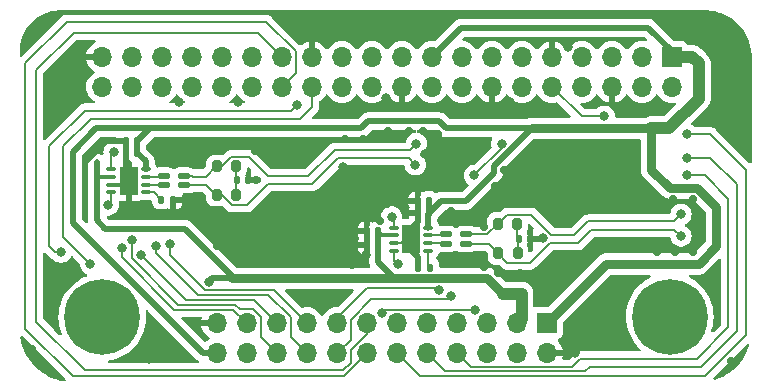
<source format=gbr>
%TF.GenerationSoftware,KiCad,Pcbnew,8.0.3*%
%TF.CreationDate,2024-08-02T19:42:00+02:00*%
%TF.ProjectId,HatV5,48617456-352e-46b6-9963-61645f706362,V2*%
%TF.SameCoordinates,Original*%
%TF.FileFunction,Copper,L4,Bot*%
%TF.FilePolarity,Positive*%
%FSLAX46Y46*%
G04 Gerber Fmt 4.6, Leading zero omitted, Abs format (unit mm)*
G04 Created by KiCad (PCBNEW 8.0.3) date 2024-08-02 19:42:00*
%MOMM*%
%LPD*%
G01*
G04 APERTURE LIST*
G04 Aperture macros list*
%AMRoundRect*
0 Rectangle with rounded corners*
0 $1 Rounding radius*
0 $2 $3 $4 $5 $6 $7 $8 $9 X,Y pos of 4 corners*
0 Add a 4 corners polygon primitive as box body*
4,1,4,$2,$3,$4,$5,$6,$7,$8,$9,$2,$3,0*
0 Add four circle primitives for the rounded corners*
1,1,$1+$1,$2,$3*
1,1,$1+$1,$4,$5*
1,1,$1+$1,$6,$7*
1,1,$1+$1,$8,$9*
0 Add four rect primitives between the rounded corners*
20,1,$1+$1,$2,$3,$4,$5,0*
20,1,$1+$1,$4,$5,$6,$7,0*
20,1,$1+$1,$6,$7,$8,$9,0*
20,1,$1+$1,$8,$9,$2,$3,0*%
G04 Aperture macros list end*
%TA.AperFunction,ComponentPad*%
%ADD10C,0.800000*%
%TD*%
%TA.AperFunction,ComponentPad*%
%ADD11C,6.400000*%
%TD*%
%TA.AperFunction,ComponentPad*%
%ADD12R,1.700000X1.700000*%
%TD*%
%TA.AperFunction,ComponentPad*%
%ADD13O,1.700000X1.700000*%
%TD*%
%TA.AperFunction,SMDPad,CuDef*%
%ADD14RoundRect,0.140000X0.140000X0.170000X-0.140000X0.170000X-0.140000X-0.170000X0.140000X-0.170000X0*%
%TD*%
%TA.AperFunction,SMDPad,CuDef*%
%ADD15RoundRect,0.140000X-0.140000X-0.170000X0.140000X-0.170000X0.140000X0.170000X-0.140000X0.170000X0*%
%TD*%
%TA.AperFunction,SMDPad,CuDef*%
%ADD16RoundRect,0.020000X0.430000X-0.180000X0.430000X0.180000X-0.430000X0.180000X-0.430000X-0.180000X0*%
%TD*%
%TA.AperFunction,SMDPad,CuDef*%
%ADD17RoundRect,0.200000X0.200000X0.275000X-0.200000X0.275000X-0.200000X-0.275000X0.200000X-0.275000X0*%
%TD*%
%TA.AperFunction,SMDPad,CuDef*%
%ADD18RoundRect,0.135000X-0.135000X-0.185000X0.135000X-0.185000X0.135000X0.185000X-0.135000X0.185000X0*%
%TD*%
%TA.AperFunction,SMDPad,CuDef*%
%ADD19RoundRect,0.075000X-0.350000X-0.075000X0.350000X-0.075000X0.350000X0.075000X-0.350000X0.075000X0*%
%TD*%
%TA.AperFunction,ComponentPad*%
%ADD20C,0.500000*%
%TD*%
%TA.AperFunction,SMDPad,CuDef*%
%ADD21R,1.600000X2.400000*%
%TD*%
%TA.AperFunction,SMDPad,CuDef*%
%ADD22RoundRect,0.200000X-0.200000X-0.275000X0.200000X-0.275000X0.200000X0.275000X-0.200000X0.275000X0*%
%TD*%
%TA.AperFunction,SMDPad,CuDef*%
%ADD23RoundRect,0.135000X0.135000X0.185000X-0.135000X0.185000X-0.135000X-0.185000X0.135000X-0.185000X0*%
%TD*%
%TA.AperFunction,ViaPad*%
%ADD24C,0.800000*%
%TD*%
%TA.AperFunction,ViaPad*%
%ADD25C,0.700000*%
%TD*%
%TA.AperFunction,Conductor*%
%ADD26C,0.800000*%
%TD*%
%TA.AperFunction,Conductor*%
%ADD27C,0.300000*%
%TD*%
%TA.AperFunction,Conductor*%
%ADD28C,0.500000*%
%TD*%
%TA.AperFunction,Conductor*%
%ADD29C,1.000000*%
%TD*%
%TA.AperFunction,Conductor*%
%ADD30C,0.200000*%
%TD*%
%TA.AperFunction,Conductor*%
%ADD31C,0.400000*%
%TD*%
G04 APERTURE END LIST*
D10*
%TO.P,H1,1*%
%TO.N,N/C*%
X113082400Y-111119400D03*
X113785344Y-109422344D03*
X113785344Y-112816456D03*
X115482400Y-108719400D03*
D11*
X115482400Y-111119400D03*
D10*
X115482400Y-113519400D03*
X117179456Y-109422344D03*
X117179456Y-112816456D03*
X117882400Y-111119400D03*
%TD*%
%TO.P,H2,1*%
%TO.N,N/C*%
X161140056Y-111064796D03*
X161843000Y-109367740D03*
X161843000Y-112761852D03*
X163540056Y-108664796D03*
D11*
X163540056Y-111064796D03*
D10*
X163540056Y-113464796D03*
X165237112Y-109367740D03*
X165237112Y-112761852D03*
X165940056Y-111064796D03*
%TD*%
D12*
%TO.P,J5,1,Pin_1*%
%TO.N,+3V3*%
X163722400Y-89079400D03*
D13*
%TO.P,J5,2,Pin_2*%
%TO.N,+5V*%
X163722400Y-91619400D03*
%TO.P,J5,3,Pin_3*%
%TO.N,/I2C_GP5_DAT*%
X161182400Y-89079400D03*
%TO.P,J5,4,Pin_4*%
%TO.N,+5V*%
X161182400Y-91619400D03*
%TO.P,J5,5,Pin_5*%
%TO.N,/I2C_GP5_CLK*%
X158642400Y-89079400D03*
%TO.P,J5,6,Pin_6*%
%TO.N,GND*%
X158642400Y-91619400D03*
%TO.P,J5,7,Pin_7*%
%TO.N,/MCLK05*%
X156102400Y-89079400D03*
%TO.P,J5,8,Pin_8*%
%TO.N,/UART1_TX*%
X156102400Y-91619400D03*
%TO.P,J5,9,Pin_9*%
%TO.N,GND*%
X153562400Y-89079400D03*
%TO.P,J5,10,Pin_10*%
%TO.N,/UART1_RX*%
X153562400Y-91619400D03*
%TO.P,J5,11,Pin_11*%
%TO.N,/UART1_RTS*%
X151022400Y-89079400D03*
%TO.P,J5,12,Pin_12*%
%TO.N,/I2S2_CLK*%
X151022400Y-91619400D03*
%TO.P,J5,13,Pin_13*%
%TO.N,/PWM01*%
X148482400Y-89079400D03*
%TO.P,J5,14,Pin_14*%
%TO.N,GND*%
X148482400Y-91619400D03*
%TO.P,J5,15,Pin_15*%
%TO.N,/GPIO27_PWM2*%
X145942400Y-89079400D03*
%TO.P,J5,16,Pin_16*%
%TO.N,/GPIO8_AO_DMIC_IN_DAT*%
X145942400Y-91619400D03*
%TO.P,J5,17,Pin_17*%
%TO.N,+3V3*%
X143402400Y-89079400D03*
%TO.P,J5,18,Pin_18*%
%TO.N,/GPIO35_PWM3*%
X143402400Y-91619400D03*
%TO.P,J5,19,Pin_19*%
%TO.N,/SPI1_MOSI*%
X140862400Y-89079400D03*
%TO.P,J5,20,Pin_20*%
%TO.N,GND*%
X140862400Y-91619400D03*
%TO.P,J5,21,Pin_21*%
%TO.N,/SPI1_MISO*%
X138322400Y-89079400D03*
%TO.P,J5,22,Pin_22*%
%TO.N,/GPIO17_40HEADER*%
X138322400Y-91619400D03*
%TO.P,J5,23,Pin_23*%
%TO.N,/SPI1_SCK*%
X135782400Y-89079400D03*
%TO.P,J5,24,Pin_24*%
%TO.N,/SPI1_CS0*%
X135782400Y-91619400D03*
%TO.P,J5,25,Pin_25*%
%TO.N,GND*%
X133242400Y-89079400D03*
%TO.P,J5,26,Pin_26*%
%TO.N,/SPI1_CS1*%
X133242400Y-91619400D03*
%TO.P,J5,27,Pin_27*%
%TO.N,/I2C_GP2_DAT*%
X130702400Y-89079400D03*
%TO.P,J5,28,Pin_28*%
%TO.N,/I2C_GP2_CLK*%
X130702400Y-91619400D03*
%TO.P,J5,29,Pin_29*%
%TO.N,/CAN0_DIN*%
X128162400Y-89079400D03*
%TO.P,J5,30,Pin_30*%
%TO.N,GND*%
X128162400Y-91619400D03*
%TO.P,J5,31,Pin_31*%
%TO.N,/CAN0_DOUT*%
X125622400Y-89079400D03*
%TO.P,J5,32,Pin_32*%
%TO.N,/GPIO9_CAN1_GPIO0_DMIC_CLK*%
X125622400Y-91619400D03*
%TO.P,J5,33,Pin_33*%
%TO.N,/CAN1_DOUT*%
X123082400Y-89079400D03*
%TO.P,J5,34,Pin_34*%
%TO.N,GND*%
X123082400Y-91619400D03*
%TO.P,J5,35,Pin_35*%
%TO.N,/I2S_FS*%
X120542400Y-89079400D03*
%TO.P,J5,36,Pin_36*%
%TO.N,/UART1_CTS*%
X120542400Y-91619400D03*
%TO.P,J5,37,Pin_37*%
%TO.N,/CAN1_DIN*%
X118002400Y-89079400D03*
%TO.P,J5,38,Pin_38*%
%TO.N,/I2S_SDIN*%
X118002400Y-91619400D03*
%TO.P,J5,39,Pin_39*%
%TO.N,GND*%
X115462400Y-89079400D03*
%TO.P,J5,40,Pin_40*%
%TO.N,/I2S_SDOUT*%
X115462400Y-91619400D03*
%TD*%
D14*
%TO.P,C2,1*%
%TO.N,+3V3*%
X118440778Y-97210822D03*
%TO.P,C2,2*%
%TO.N,GND*%
X117480778Y-97210822D03*
%TD*%
D12*
%TO.P,J6,1,1*%
%TO.N,+3V3*%
X153142400Y-111619400D03*
D13*
%TO.P,J6,2,2*%
%TO.N,GND*%
X153142400Y-114159400D03*
%TO.P,J6,3,3*%
%TO.N,+5V*%
X150602400Y-111619400D03*
%TO.P,J6,4,4*%
%TO.N,/PWM01*%
X150602400Y-114159400D03*
%TO.P,J6,5,5*%
%TO.N,/GPIO35_PWM3*%
X148062400Y-111619400D03*
%TO.P,J6,6,6*%
%TO.N,/GPIO27_PWM2*%
X148062400Y-114159400D03*
%TO.P,J6,7,7*%
%TO.N,/GPIO9_CAN1_GPIO0_DMIC_CLK*%
X145522400Y-111619400D03*
%TO.P,J6,8,8*%
%TO.N,/GPIO8_AO_DMIC_IN_DAT*%
X145522400Y-114159400D03*
%TO.P,J6,9,9*%
%TO.N,/UART1_RTS*%
X142982400Y-111619400D03*
%TO.P,J6,10,10*%
%TO.N,/UART1_TX*%
X142982400Y-114159400D03*
%TO.P,J6,11,11*%
%TO.N,/UART1_CTS*%
X140442400Y-111619400D03*
%TO.P,J6,12,12*%
%TO.N,/UART1_RX*%
X140442400Y-114159400D03*
%TO.P,J6,13,13*%
%TO.N,/I2C_GP2_DAT*%
X137902400Y-111619400D03*
%TO.P,J6,14,14*%
%TO.N,/I2C_GP2_CLK*%
X137902400Y-114159400D03*
%TO.P,J6,15,15*%
%TO.N,/I2C_GP5_DAT*%
X135362400Y-111619400D03*
%TO.P,J6,16,16*%
%TO.N,/I2C_GP5_CLK*%
X135362400Y-114159400D03*
%TO.P,J6,17,17*%
%TO.N,/SPI1_SCK*%
X132822400Y-111619400D03*
%TO.P,J6,18,18*%
%TO.N,/SPI1_MISO*%
X132822400Y-114159400D03*
%TO.P,J6,19,19*%
%TO.N,/SPI1_CS1*%
X130282400Y-111619400D03*
%TO.P,J6,20,20*%
%TO.N,/SPI1_MOSI*%
X130282400Y-114159400D03*
%TO.P,J6,21,21*%
%TO.N,/SPI1_CS0*%
X127742400Y-111619400D03*
%TO.P,J6,22,22*%
%TO.N,+5V*%
X127742400Y-114159400D03*
%TO.P,J6,23,23*%
%TO.N,GND*%
X125202400Y-111619400D03*
%TO.P,J6,24,24*%
%TO.N,+3V3*%
X125202400Y-114159400D03*
%TD*%
D14*
%TO.P,C8,1*%
%TO.N,+5V*%
X138836978Y-104983222D03*
%TO.P,C8,2*%
%TO.N,GND*%
X137876978Y-104983222D03*
%TD*%
D15*
%TO.P,C5,1*%
%TO.N,/CAN BUS 0/TERM_CAPA*%
X126878778Y-99544000D03*
%TO.P,C5,2*%
%TO.N,GND*%
X127838778Y-99544000D03*
%TD*%
D14*
%TO.P,C7,1*%
%TO.N,+3V3*%
X143177778Y-102290822D03*
%TO.P,C7,2*%
%TO.N,GND*%
X142217778Y-102290822D03*
%TD*%
D16*
%TO.P,FL1,1,1*%
%TO.N,/CAN BUS 0/CAN+*%
X120685400Y-99944000D03*
%TO.P,FL1,2,2*%
%TO.N,/CAN BUS 0/CAN-*%
X120685400Y-99144000D03*
%TO.P,FL1,3,3*%
%TO.N,/CAN BUS 0/CH0-*%
X122385400Y-99144000D03*
%TO.P,FL1,4,4*%
%TO.N,/CAN BUS 0/CH0+*%
X122385400Y-99944000D03*
%TD*%
D17*
%TO.P,R6,1*%
%TO.N,/CAN BUS 1/TERM_CAPA*%
X150625053Y-103220757D03*
%TO.P,R6,2*%
%TO.N,/CAN BUS 1/CH1-*%
X148975053Y-103220757D03*
%TD*%
D18*
%TO.P,R1,1*%
%TO.N,/CAN BUS 0/CAN_SILENT_1*%
X120478600Y-101169600D03*
%TO.P,R1,2*%
%TO.N,GND*%
X121498600Y-101169600D03*
%TD*%
D14*
%TO.P,C6,1*%
%TO.N,+3V3*%
X143149778Y-101274822D03*
%TO.P,C6,2*%
%TO.N,GND*%
X142189778Y-101274822D03*
%TD*%
D19*
%TO.P,U1,1,TXD*%
%TO.N,/CAN0_DOUT*%
X116261800Y-100560000D03*
%TO.P,U1,2,GND*%
%TO.N,GND*%
X116261800Y-99910000D03*
%TO.P,U1,3,VCC*%
%TO.N,+5V*%
X116261800Y-99260000D03*
%TO.P,U1,4,RXD*%
%TO.N,/CAN0_DIN*%
X116261800Y-98610000D03*
%TO.P,U1,5,VIO*%
%TO.N,+3V3*%
X119161800Y-98610000D03*
%TO.P,U1,6,CANL*%
%TO.N,/CAN BUS 0/CAN-*%
X119161800Y-99260000D03*
%TO.P,U1,7,CANH*%
%TO.N,/CAN BUS 0/CAN+*%
X119161800Y-99910000D03*
%TO.P,U1,8,S*%
%TO.N,/CAN BUS 0/CAN_SILENT_1*%
X119161800Y-100560000D03*
D20*
%TO.P,U1,9,PAD*%
%TO.N,GND*%
X117211800Y-99585000D03*
X117711800Y-98685000D03*
D21*
X117711800Y-99585000D03*
D20*
X117711800Y-100485000D03*
X118211800Y-99585000D03*
%TD*%
D22*
%TO.P,R5,1*%
%TO.N,/CAN BUS 1/CH1+*%
X149012778Y-105719822D03*
%TO.P,R5,2*%
%TO.N,/CAN BUS 1/TERM_CAPA*%
X150662778Y-105719822D03*
%TD*%
D14*
%TO.P,C3,1*%
%TO.N,+5V*%
X115014378Y-98201422D03*
%TO.P,C3,2*%
%TO.N,GND*%
X114054378Y-98201422D03*
%TD*%
D22*
%TO.P,R2,1*%
%TO.N,/CAN BUS 0/CH0+*%
X125185156Y-100766822D03*
%TO.P,R2,2*%
%TO.N,/CAN BUS 0/TERM_CAPA*%
X126835156Y-100766822D03*
%TD*%
D17*
%TO.P,R3,1*%
%TO.N,/CAN BUS 0/TERM_CAPA*%
X126835156Y-98353822D03*
%TO.P,R3,2*%
%TO.N,/CAN BUS 0/CH0-*%
X125185156Y-98353822D03*
%TD*%
D14*
%TO.P,C4,1*%
%TO.N,+5V*%
X115014378Y-99217422D03*
%TO.P,C4,2*%
%TO.N,GND*%
X114054378Y-99217422D03*
%TD*%
D15*
%TO.P,C10,1*%
%TO.N,/CAN BUS 1/TERM_CAPA*%
X150754778Y-104470200D03*
%TO.P,C10,2*%
%TO.N,GND*%
X151714778Y-104470200D03*
%TD*%
D14*
%TO.P,C9,1*%
%TO.N,+5V*%
X138836978Y-103840222D03*
%TO.P,C9,2*%
%TO.N,GND*%
X137876978Y-103840222D03*
%TD*%
D23*
%TO.P,R4,1*%
%TO.N,/CAN BUS 1/CAN_SILENT_1*%
X143261178Y-106913622D03*
%TO.P,R4,2*%
%TO.N,GND*%
X142241178Y-106913622D03*
%TD*%
D14*
%TO.P,C1,1*%
%TO.N,+3V3*%
X118440778Y-96194822D03*
%TO.P,C1,2*%
%TO.N,GND*%
X117480778Y-96194822D03*
%TD*%
D16*
%TO.P,FL2,1,1*%
%TO.N,/CAN BUS 1/CAN+*%
X144570400Y-104911600D03*
%TO.P,FL2,2,2*%
%TO.N,/CAN BUS 1/CAN-*%
X144570400Y-104111600D03*
%TO.P,FL2,3,3*%
%TO.N,/CAN BUS 1/CH1-*%
X146270400Y-104111600D03*
%TO.P,FL2,4,4*%
%TO.N,/CAN BUS 1/CH1+*%
X146270400Y-104911600D03*
%TD*%
D19*
%TO.P,U3,1,TXD*%
%TO.N,/CAN1_DOUT*%
X140195400Y-105486200D03*
%TO.P,U3,2,GND*%
%TO.N,GND*%
X140195400Y-104836200D03*
%TO.P,U3,3,VCC*%
%TO.N,+5V*%
X140195400Y-104186200D03*
%TO.P,U3,4,RXD*%
%TO.N,/CAN1_DIN*%
X140195400Y-103536200D03*
%TO.P,U3,5,VIO*%
%TO.N,+3V3*%
X143095400Y-103536200D03*
%TO.P,U3,6,CANL*%
%TO.N,/CAN BUS 1/CAN-*%
X143095400Y-104186200D03*
%TO.P,U3,7,CANH*%
%TO.N,/CAN BUS 1/CAN+*%
X143095400Y-104836200D03*
%TO.P,U3,8,S*%
%TO.N,/CAN BUS 1/CAN_SILENT_1*%
X143095400Y-105486200D03*
D20*
%TO.P,U3,9,PAD*%
%TO.N,GND*%
X141145400Y-104511200D03*
X141645400Y-103611200D03*
D21*
X141645400Y-104511200D03*
D20*
X141645400Y-105411200D03*
X142145400Y-104511200D03*
%TD*%
D24*
%TO.N,+5V*%
X124482400Y-108119400D03*
X150982400Y-109119400D03*
D25*
%TO.N,GND*%
X128120778Y-105119400D03*
D24*
X137772778Y-105846822D03*
D25*
X144993697Y-102110073D03*
X125201605Y-105061956D03*
D24*
X149982400Y-92876400D03*
D25*
X144376778Y-102619400D03*
X126469778Y-105211822D03*
D24*
X120482400Y-112619400D03*
X143982400Y-86119400D03*
D25*
X133325001Y-97389724D03*
X129482400Y-104619400D03*
X134318748Y-96441147D03*
X153482400Y-102119400D03*
X136077315Y-96048655D03*
X111011445Y-109239718D03*
X162482400Y-101119400D03*
X159310129Y-111528758D03*
X112870354Y-107206536D03*
X133962778Y-104957822D03*
X140566778Y-99369822D03*
X165482400Y-105619400D03*
D24*
X159642178Y-96525022D03*
D25*
X133718438Y-109120486D03*
D24*
X140482400Y-86119400D03*
D25*
X129510980Y-101996566D03*
X130982400Y-104619400D03*
X144122778Y-98607822D03*
X123802778Y-101782822D03*
D24*
X152250778Y-99573022D03*
X135865246Y-98435713D03*
D25*
X149482400Y-98619400D03*
X135232778Y-105135622D03*
D24*
X154282778Y-100436622D03*
D25*
X132444618Y-100852863D03*
X147805778Y-106862822D03*
X149026400Y-107415400D03*
X132482400Y-104619400D03*
D24*
X166146935Y-103354865D03*
D25*
X152377778Y-101020822D03*
X138993192Y-102975700D03*
X136629778Y-105110222D03*
D24*
X158067378Y-96601222D03*
X131982400Y-109119400D03*
X121482400Y-114119400D03*
D25*
X130968109Y-101964185D03*
X158482400Y-105119400D03*
D24*
X158128847Y-110445917D03*
D25*
X166196078Y-104682890D03*
D24*
X139482400Y-92526400D03*
X157385400Y-92876400D03*
D25*
X126723778Y-96448822D03*
X142635965Y-95391224D03*
X165982400Y-102119400D03*
X154982400Y-102119400D03*
D24*
X157965778Y-99877822D03*
D25*
X130945537Y-100865150D03*
X109535389Y-113807289D03*
X143919578Y-95585222D03*
X157711778Y-101655822D03*
X156482400Y-102119400D03*
X111002886Y-115412363D03*
X139647411Y-95360883D03*
X168697381Y-114862883D03*
X163982400Y-105619400D03*
D24*
X142154316Y-86089907D03*
D25*
X141836778Y-99619400D03*
X137537190Y-96038302D03*
D24*
X109982400Y-87119400D03*
X119482400Y-114619400D03*
D25*
X123929778Y-97718822D03*
X163843627Y-101138489D03*
X110982400Y-107119400D03*
D24*
X167482400Y-107119400D03*
D25*
X147819785Y-103456785D03*
D24*
X151982400Y-97119400D03*
D25*
X133962778Y-101782822D03*
X128374778Y-97083822D03*
X133024400Y-106653400D03*
D24*
X154282778Y-99014222D03*
X142840111Y-97309660D03*
D25*
X165482400Y-101119400D03*
D24*
X121982400Y-92876400D03*
D25*
X168839859Y-86759275D03*
X152482400Y-107119400D03*
D24*
X159642178Y-97896622D03*
X167482400Y-109119400D03*
X158118178Y-97947422D03*
D25*
X148694778Y-100004822D03*
X125072778Y-96702822D03*
D24*
X150599778Y-98226822D03*
D25*
X136613462Y-106677871D03*
X156982400Y-105119400D03*
X160540363Y-105242545D03*
D24*
X135482400Y-109119400D03*
D25*
X124691778Y-103306822D03*
X162482400Y-105619400D03*
D24*
X126982400Y-92876400D03*
X156238578Y-100487422D03*
D25*
X128501778Y-99544000D03*
X139423778Y-100258822D03*
X141422339Y-95360883D03*
D24*
X155482400Y-114119400D03*
D25*
X143030578Y-99319022D03*
D24*
X154895051Y-88276400D03*
X156187778Y-99039622D03*
X134482400Y-87876400D03*
D25*
X122431178Y-101224022D03*
D24*
X139482400Y-87876400D03*
D25*
X132473810Y-101964185D03*
X139577200Y-101528822D03*
X150853778Y-107370822D03*
X133783960Y-100693125D03*
D24*
X152758778Y-104449822D03*
%TO.N,/I2C_GP5_DAT*%
X144032556Y-108833622D03*
%TO.N,/I2C_GP5_CLK*%
X145012352Y-109319400D03*
%TO.N,/UART1_TX*%
X164982400Y-97619400D03*
%TO.N,/UART1_RX*%
X164982400Y-95619400D03*
X157982400Y-94119400D03*
%TO.N,/GPIO8_AO_DMIC_IN_DAT*%
X164982400Y-99119400D03*
%TO.N,/GPIO35_PWM3*%
X139197811Y-110773890D03*
X146982400Y-99119400D03*
X149315674Y-96452673D03*
X147004762Y-110491893D03*
%TO.N,/SPI1_MOSI*%
X117982400Y-104561250D03*
%TO.N,/SPI1_MISO*%
X119995673Y-105122623D03*
%TO.N,/SPI1_SCK*%
X121256295Y-104932978D03*
%TO.N,/SPI1_CS0*%
X111982400Y-105619400D03*
X131962425Y-93119400D03*
X117118959Y-105261250D03*
%TO.N,/SPI1_CS1*%
X118748822Y-105852978D03*
X114482400Y-106619400D03*
%TO.N,/CAN0_DIN*%
X116482400Y-97119400D03*
%TO.N,/CAN0_DOUT*%
X115982400Y-101619400D03*
%TO.N,/CAN1_DOUT*%
X140482400Y-106619400D03*
%TO.N,/CAN1_DIN*%
X139982400Y-102619400D03*
%TO.N,/CAN BUS 0/CH0+*%
X141982400Y-98213199D03*
%TO.N,/CAN BUS 0/CH0-*%
X142084811Y-96414695D03*
%TO.N,/CAN BUS 1/CH1+*%
X164482400Y-104254865D03*
%TO.N,/CAN BUS 1/CH1-*%
X164482400Y-102404865D03*
%TD*%
D26*
%TO.N,+5V*%
X126482400Y-107833622D02*
X140196622Y-107833622D01*
D27*
X140195400Y-104186200D02*
X139182956Y-104186200D01*
D28*
X140196622Y-107833622D02*
X138836978Y-106473978D01*
D26*
X140196622Y-107833622D02*
X148101119Y-107833622D01*
D29*
X150982400Y-109119400D02*
X150982400Y-111239400D01*
D28*
X138836978Y-103840222D02*
X138836978Y-104983222D01*
X126482400Y-107619400D02*
X122482400Y-103619400D01*
X115014378Y-102897500D02*
X115014378Y-99217422D01*
D29*
X150982400Y-109119400D02*
X149386897Y-109119400D01*
D27*
X116261800Y-99260000D02*
X115056956Y-99260000D01*
D28*
X122482400Y-103619400D02*
X115736278Y-103619400D01*
D29*
X150982400Y-111239400D02*
X150602400Y-111619400D01*
D27*
X115056956Y-99260000D02*
X115014378Y-99217422D01*
D28*
X115014378Y-98013156D02*
X115014378Y-98201422D01*
X124768178Y-107833622D02*
X124482400Y-108119400D01*
X138836978Y-106473978D02*
X138836978Y-104983222D01*
X126482400Y-107833622D02*
X124768178Y-107833622D01*
D27*
X139182956Y-104186200D02*
X138836978Y-103840222D01*
D28*
X115736278Y-103619400D02*
X115014378Y-102897500D01*
X126482400Y-107833622D02*
X126482400Y-107619400D01*
D26*
X148101119Y-107833622D02*
X149386897Y-109119400D01*
D28*
X115014378Y-98201422D02*
X115014378Y-99217422D01*
%TO.N,GND*%
X117480778Y-98453978D02*
X117711800Y-98685000D01*
X142217778Y-102290822D02*
X142217778Y-101302822D01*
X141145400Y-104511200D02*
X142145400Y-104511200D01*
X117711800Y-100085000D02*
X117211800Y-99585000D01*
X117211800Y-99585000D02*
X118211800Y-99585000D01*
X114054378Y-97983207D02*
X115842763Y-96194822D01*
X117711800Y-100485000D02*
X117711800Y-98685000D01*
X141645400Y-104011200D02*
X141145400Y-104511200D01*
X114054378Y-98201422D02*
X114054378Y-99217422D01*
X121498600Y-101169600D02*
X122376756Y-101169600D01*
X141645400Y-105011200D02*
X141145400Y-104511200D01*
X137876978Y-103840222D02*
X137876978Y-104983222D01*
D30*
X140195400Y-104836200D02*
X140820400Y-104836200D01*
D27*
X117386800Y-99910000D02*
X117711800Y-99585000D01*
D28*
X117711800Y-100485000D02*
X117711800Y-100085000D01*
X117711800Y-98685000D02*
X117711800Y-99085000D01*
X142217778Y-102290822D02*
X142217778Y-103038822D01*
X152738400Y-104470200D02*
X152758778Y-104449822D01*
X141645400Y-105011200D02*
X142145400Y-104511200D01*
X114054378Y-98201422D02*
X114054378Y-97983207D01*
D27*
X116261800Y-99910000D02*
X117386800Y-99910000D01*
D28*
X141645400Y-104011200D02*
X142145400Y-104511200D01*
X117711800Y-99085000D02*
X118211800Y-99585000D01*
X142217778Y-101302822D02*
X142189778Y-101274822D01*
X151714778Y-104470200D02*
X152738400Y-104470200D01*
X117480778Y-96194822D02*
X117480778Y-97210822D01*
X117711800Y-100085000D02*
X118211800Y-99585000D01*
D27*
X117711800Y-99585000D02*
X117211800Y-99585000D01*
D28*
X142241178Y-106006978D02*
X141645400Y-105411200D01*
X142217778Y-103038822D02*
X141645400Y-103611200D01*
X141645400Y-105411200D02*
X141645400Y-103611200D01*
X115842763Y-96194822D02*
X117480778Y-96194822D01*
X122376756Y-101169600D02*
X122431178Y-101224022D01*
X117711800Y-99085000D02*
X117211800Y-99585000D01*
X141645400Y-103611200D02*
X141645400Y-104011200D01*
X128501778Y-99544000D02*
X127838778Y-99544000D01*
X137876978Y-104983222D02*
X137876978Y-105742622D01*
X137876978Y-105742622D02*
X137772778Y-105846822D01*
X142241178Y-106913622D02*
X142241178Y-106006978D01*
X141645400Y-105411200D02*
X141645400Y-105011200D01*
X117480778Y-97210822D02*
X117480778Y-98453978D01*
D30*
X140820400Y-104836200D02*
X141145400Y-104511200D01*
%TO.N,/CAN BUS 0/TERM_CAPA*%
X126835156Y-98353822D02*
X126835156Y-99500378D01*
X126835156Y-99587622D02*
X126878778Y-99544000D01*
X126835156Y-99500378D02*
X126878778Y-99544000D01*
X126835156Y-100766822D02*
X126835156Y-99587622D01*
%TO.N,/CAN BUS 1/TERM_CAPA*%
X150625053Y-104340475D02*
X150754778Y-104470200D01*
X150662778Y-104562200D02*
X150754778Y-104470200D01*
X150625053Y-103220757D02*
X150625053Y-104340475D01*
X150662778Y-105719822D02*
X150662778Y-104562200D01*
D28*
%TO.N,+3V3*%
X119161800Y-98610000D02*
X119161800Y-97931844D01*
X144585127Y-95119400D02*
X143988134Y-94522407D01*
D26*
X161982400Y-95119400D02*
X151851029Y-95119400D01*
D28*
X144193778Y-101274822D02*
X143177778Y-102290822D01*
D26*
X158142400Y-106619400D02*
X153142400Y-111619400D01*
D28*
X143177778Y-102290822D02*
X143177778Y-101302822D01*
D29*
X165982400Y-92619400D02*
X165982400Y-89619400D01*
D28*
X148682400Y-98288029D02*
X148682400Y-98885829D01*
X163722400Y-88616400D02*
X161725400Y-86619400D01*
D29*
X165442400Y-89079400D02*
X163722400Y-89079400D01*
D28*
X148682400Y-98885829D02*
X146293407Y-101274822D01*
X112982400Y-97119400D02*
X112982400Y-103119400D01*
X145862400Y-86619400D02*
X143402400Y-89079400D01*
X161725400Y-86619400D02*
X145862400Y-86619400D01*
X143095400Y-103536200D02*
X143095400Y-102373200D01*
X114982400Y-95119400D02*
X112982400Y-97119400D01*
X124022400Y-114159400D02*
X125202400Y-114159400D01*
D29*
X161982400Y-95119400D02*
X163482400Y-95119400D01*
D28*
X118440778Y-97210822D02*
X118440778Y-96194822D01*
X137418451Y-95119400D02*
X119516200Y-95119400D01*
D26*
X165982400Y-106619400D02*
X158142400Y-106619400D01*
D28*
X119161800Y-97931844D02*
X118440778Y-97210822D01*
X112982400Y-103119400D02*
X124022400Y-114159400D01*
D31*
X119126200Y-98574400D02*
X119161800Y-98610000D01*
D29*
X165982400Y-89619400D02*
X165442400Y-89079400D01*
D26*
X167482400Y-101775897D02*
X167482400Y-105119400D01*
X161982400Y-98619400D02*
X163532400Y-100169400D01*
D28*
X143177778Y-101302822D02*
X143149778Y-101274822D01*
X119516200Y-95119400D02*
X114982400Y-95119400D01*
D26*
X163532400Y-100169400D02*
X165875903Y-100169400D01*
D29*
X163482400Y-95119400D02*
X165982400Y-92619400D01*
D28*
X119516200Y-95119400D02*
X118440778Y-96194822D01*
D26*
X165875903Y-100169400D02*
X167482400Y-101775897D01*
D28*
X143095400Y-102373200D02*
X143177778Y-102290822D01*
X146293407Y-101274822D02*
X144193778Y-101274822D01*
X151851029Y-95119400D02*
X144585127Y-95119400D01*
X151851029Y-95119400D02*
X148682400Y-98288029D01*
D26*
X161982400Y-95119400D02*
X161982400Y-98619400D01*
D28*
X138015444Y-94522407D02*
X137418451Y-95119400D01*
X163722400Y-89079400D02*
X163722400Y-88616400D01*
D26*
X167482400Y-105119400D02*
X165982400Y-106619400D01*
D28*
X143988134Y-94522407D02*
X138015444Y-94522407D01*
D30*
%TO.N,/I2C_GP5_DAT*%
X144032556Y-108833622D02*
X143818334Y-108619400D01*
X137922400Y-108619400D02*
X135362400Y-111179400D01*
X135362400Y-111179400D02*
X135362400Y-111619400D01*
X143818334Y-108619400D02*
X137922400Y-108619400D01*
%TO.N,/I2C_GP5_CLK*%
X144712352Y-109619400D02*
X138276054Y-109619400D01*
X136512400Y-113009400D02*
X135362400Y-114159400D01*
X145012352Y-109319400D02*
X144712352Y-109619400D01*
X136512400Y-111383054D02*
X136512400Y-113009400D01*
X138276054Y-109619400D02*
X136512400Y-111383054D01*
%TO.N,/UART1_TX*%
X169209707Y-99846707D02*
X166982400Y-97619400D01*
X142982400Y-114159400D02*
X144532400Y-115709400D01*
X166982400Y-97619400D02*
X164982400Y-97619400D01*
X156758843Y-115342957D02*
X166177653Y-115342957D01*
X144532400Y-115709400D02*
X156392400Y-115709400D01*
X156392400Y-115709400D02*
X156758843Y-115342957D01*
X169209707Y-112310903D02*
X169209707Y-99846707D01*
X166177653Y-115342957D02*
X169209707Y-112310903D01*
%TO.N,/UART1_RX*%
X156062400Y-94119400D02*
X153562400Y-91619400D01*
X169982400Y-112619400D02*
X166492400Y-116109400D01*
X169982400Y-98619400D02*
X169982400Y-112619400D01*
X142392400Y-116109400D02*
X164576572Y-116109400D01*
X164982400Y-95619400D02*
X166982400Y-95619400D01*
X140442400Y-114159400D02*
X142392400Y-116109400D01*
X166982400Y-95619400D02*
X169982400Y-98619400D01*
X166492400Y-116109400D02*
X164607707Y-116109400D01*
X157982400Y-94119400D02*
X156062400Y-94119400D01*
%TO.N,/GPIO8_AO_DMIC_IN_DAT*%
X146672400Y-115309400D02*
X145522400Y-114159400D01*
X168482400Y-101119400D02*
X168482400Y-111988028D01*
X168482400Y-111988028D02*
X165851028Y-114619400D01*
X155972350Y-114619400D02*
X155282350Y-115309400D01*
X164982400Y-99119400D02*
X166482400Y-99119400D01*
X145999200Y-92056900D02*
X145923700Y-91981400D01*
X165851028Y-114619400D02*
X155972350Y-114619400D01*
X155282350Y-115309400D02*
X146672400Y-115309400D01*
X166482400Y-99119400D02*
X168482400Y-101119400D01*
%TO.N,/GPIO35_PWM3*%
X149315674Y-96786126D02*
X149315674Y-96452673D01*
X146982400Y-99119400D02*
X149315674Y-96786126D01*
X146982269Y-110469400D02*
X139502301Y-110469400D01*
X147004762Y-110491893D02*
X146982269Y-110469400D01*
X139502301Y-110469400D02*
X139197811Y-110773890D01*
%TO.N,/SPI1_MOSI*%
X127145243Y-110456557D02*
X128205903Y-110456557D01*
X128205903Y-110456557D02*
X128892400Y-111143054D01*
X126758086Y-110069400D02*
X127145243Y-110456557D01*
X117982400Y-104561250D02*
X117982400Y-106119400D01*
X117982400Y-106119400D02*
X121932400Y-110069400D01*
X128892400Y-111143054D02*
X128892400Y-112769400D01*
X121932400Y-110069400D02*
X126758086Y-110069400D01*
X128892400Y-112769400D02*
X130282400Y-114159400D01*
%TO.N,/SPI1_MISO*%
X123566714Y-109269400D02*
X129558746Y-109269400D01*
X129558746Y-109269400D02*
X131432400Y-111143054D01*
X119995673Y-105122623D02*
X119995673Y-105698359D01*
X131432400Y-111143054D02*
X131432400Y-112769400D01*
X131432400Y-112769400D02*
X132822400Y-114159400D01*
X119995673Y-105698359D02*
X123566714Y-109269400D01*
%TO.N,/SPI1_SCK*%
X124182400Y-108819400D02*
X130022400Y-108819400D01*
X121256295Y-104932978D02*
X121256295Y-105893295D01*
X130022400Y-108819400D02*
X132822400Y-111619400D01*
X121256295Y-105893295D02*
X124182400Y-108819400D01*
%TO.N,/SPI1_CS0*%
X126592400Y-110469400D02*
X127742400Y-111619400D01*
X110982400Y-96629450D02*
X110982400Y-105119400D01*
X110982400Y-105119400D02*
X111482400Y-105619400D01*
X117118959Y-106053877D02*
X121534482Y-110469400D01*
X117118959Y-105261250D02*
X117118959Y-106053877D01*
X121534482Y-110469400D02*
X126592400Y-110469400D01*
X131962425Y-93139375D02*
X131482400Y-93619400D01*
X131962425Y-93119400D02*
X131962425Y-93139375D01*
X111482400Y-105619400D02*
X111982400Y-105619400D01*
X131482400Y-93619400D02*
X113992450Y-93619400D01*
X113992450Y-93619400D02*
X110982400Y-96629450D01*
%TO.N,/SPI1_CS1*%
X112182400Y-96619400D02*
X114494311Y-94307489D01*
X128332400Y-109669400D02*
X130282400Y-111619400D01*
X114482400Y-106619400D02*
X112182400Y-104319400D01*
X133242400Y-93309400D02*
X133242400Y-91619400D01*
X118748822Y-105852978D02*
X122565244Y-109669400D01*
X112182400Y-104319400D02*
X112182400Y-96619400D01*
X132244311Y-94307489D02*
X133242400Y-93309400D01*
X122565244Y-109669400D02*
X128332400Y-109669400D01*
X114494311Y-94307489D02*
X132244311Y-94307489D01*
%TO.N,/I2C_GP2_DAT*%
X109882400Y-90219400D02*
X113082400Y-87019400D01*
X113082400Y-87019400D02*
X128642400Y-87019400D01*
X136512400Y-113923054D02*
X136512400Y-114983714D01*
X137902400Y-112533054D02*
X136512400Y-113923054D01*
X113982400Y-115619400D02*
X109882400Y-111519400D01*
X135876714Y-115619400D02*
X113982400Y-115619400D01*
X136512400Y-114983714D02*
X135876714Y-115619400D01*
X137902400Y-111619400D02*
X137902400Y-112533054D01*
X109882400Y-111519400D02*
X109882400Y-90219400D01*
X128642400Y-87019400D02*
X130702400Y-89079400D01*
%TO.N,/I2C_GP2_CLK*%
X108982400Y-89619400D02*
X112482400Y-86119400D01*
X108982400Y-112119400D02*
X108982400Y-89619400D01*
X135942400Y-116119400D02*
X112982400Y-116119400D01*
X131852400Y-90469400D02*
X130702400Y-91619400D01*
X129368746Y-86119400D02*
X131852400Y-88603054D01*
X137902400Y-114159400D02*
X135942400Y-116119400D01*
X112482400Y-86119400D02*
X129368746Y-86119400D01*
X131852400Y-88603054D02*
X131852400Y-90469400D01*
X112982400Y-116119400D02*
X108982400Y-112119400D01*
%TO.N,/CAN0_DIN*%
X116261800Y-98610000D02*
X116261800Y-97340000D01*
X116261800Y-97340000D02*
X116482400Y-97119400D01*
%TO.N,/CAN0_DOUT*%
X116261800Y-101340000D02*
X115982400Y-101619400D01*
X116261800Y-100560000D02*
X116261800Y-101340000D01*
%TO.N,/CAN1_DOUT*%
X140195400Y-106332400D02*
X140482400Y-106619400D01*
X140195400Y-105486200D02*
X140195400Y-106332400D01*
%TO.N,/CAN1_DIN*%
X140195400Y-103536200D02*
X140195400Y-102832400D01*
X140195400Y-102832400D02*
X139982400Y-102619400D01*
%TO.N,/CAN BUS 1/CAN_SILENT_1*%
X143095400Y-105486200D02*
X143095400Y-106747844D01*
X143095400Y-106747844D02*
X143261178Y-106913622D01*
%TO.N,/CAN BUS 0/CH0+*%
X126433356Y-101619400D02*
X125580778Y-100766822D01*
X133231021Y-99865755D02*
X129495709Y-99865755D01*
X129495709Y-99865755D02*
X127742064Y-101619400D01*
X125580778Y-100766822D02*
X125185156Y-100766822D01*
X141416110Y-97646909D02*
X135449867Y-97646909D01*
X125110156Y-100766822D02*
X124253656Y-99910322D01*
X123060401Y-99944000D02*
X122385400Y-99944000D01*
X124253656Y-99910322D02*
X123094079Y-99910322D01*
X125185156Y-100766822D02*
X125110156Y-100766822D01*
X141982400Y-98213199D02*
X141416110Y-97646909D01*
X127742064Y-101619400D02*
X126433356Y-101619400D01*
X123094079Y-99910322D02*
X123060401Y-99944000D01*
X135449867Y-97646909D02*
X133231021Y-99865755D01*
%TO.N,/CAN BUS 0/CH0-*%
X132941069Y-99165755D02*
X129528755Y-99165755D01*
X123126723Y-99210322D02*
X123060401Y-99144000D01*
X125185156Y-98353822D02*
X125110156Y-98353822D01*
X123060401Y-99144000D02*
X122385400Y-99144000D01*
X129528755Y-99165755D02*
X127941822Y-97578822D01*
X125110156Y-98353822D02*
X124253656Y-99210322D01*
X142084811Y-96414695D02*
X141552597Y-96946909D01*
X127941822Y-97578822D02*
X126355778Y-97578822D01*
X135159915Y-96946909D02*
X132941069Y-99165755D01*
X124253656Y-99210322D02*
X123126723Y-99210322D01*
X141552597Y-96946909D02*
X135159915Y-96946909D01*
X126355778Y-97578822D02*
X125580778Y-98353822D01*
X125580778Y-98353822D02*
X125185156Y-98353822D01*
%TO.N,/CAN BUS 1/CH1+*%
X151703728Y-106494822D02*
X149787778Y-106494822D01*
X148204556Y-104911600D02*
X146270400Y-104911600D01*
X149012778Y-105719822D02*
X148204556Y-104911600D01*
X163932400Y-103704865D02*
X156891911Y-103704865D01*
X149787778Y-106494822D02*
X149012778Y-105719822D01*
X163932400Y-103704865D02*
X164482400Y-104254865D01*
X156891911Y-103704865D02*
X155757624Y-104839152D01*
X155757624Y-104839152D02*
X153359398Y-104839152D01*
X153359398Y-104839152D02*
X151703728Y-106494822D01*
%TO.N,/CAN BUS 1/CH1-*%
X149750053Y-102445757D02*
X148975053Y-103220757D01*
X151808757Y-102445757D02*
X149750053Y-102445757D01*
X156601959Y-103004865D02*
X155467672Y-104139152D01*
X163882400Y-103004865D02*
X156601959Y-103004865D01*
X164482400Y-102404865D02*
X163882400Y-103004865D01*
X153502152Y-104139152D02*
X151808757Y-102445757D01*
X148084210Y-104111600D02*
X146270400Y-104111600D01*
X155467672Y-104139152D02*
X153502152Y-104139152D01*
X148975053Y-103220757D02*
X148084210Y-104111600D01*
%TO.N,/CAN BUS 0/CAN+*%
X120651400Y-99910000D02*
X119161800Y-99910000D01*
X120685400Y-99944000D02*
X120651400Y-99910000D01*
%TO.N,/CAN BUS 0/CAN-*%
X120685400Y-99144000D02*
X120569400Y-99260000D01*
X120569400Y-99260000D02*
X119161800Y-99260000D01*
%TO.N,/CAN BUS 1/CAN+*%
X143095400Y-104836200D02*
X144495000Y-104836200D01*
X144495000Y-104836200D02*
X144570400Y-104911600D01*
X144570400Y-104911600D02*
X144570400Y-104879800D01*
%TO.N,/CAN BUS 1/CAN-*%
X143095400Y-104186200D02*
X144495800Y-104186200D01*
X144495800Y-104186200D02*
X144570400Y-104111600D01*
X144570400Y-104111600D02*
X144570400Y-104079800D01*
%TO.N,/CAN BUS 0/CAN_SILENT_1*%
X119869000Y-100560000D02*
X120478600Y-101169600D01*
X119161800Y-100560000D02*
X119869000Y-100560000D01*
%TD*%
%TA.AperFunction,Conductor*%
%TO.N,GND*%
G36*
X108727895Y-112719854D02*
G01*
X108752976Y-112739211D01*
X112362588Y-116348823D01*
X112396073Y-116410146D01*
X112391089Y-116479838D01*
X112349217Y-116535771D01*
X112283753Y-116560188D01*
X112252122Y-116558393D01*
X111957199Y-116503262D01*
X111946050Y-116500639D01*
X111557097Y-116389973D01*
X111546237Y-116386334D01*
X111169121Y-116240238D01*
X111158644Y-116235611D01*
X110796649Y-116055360D01*
X110786642Y-116049787D01*
X110442800Y-115836888D01*
X110433351Y-115830415D01*
X110110625Y-115586704D01*
X110101814Y-115579387D01*
X109941570Y-115433305D01*
X109802951Y-115306937D01*
X109794857Y-115298843D01*
X109702833Y-115197898D01*
X109522408Y-114999980D01*
X109515095Y-114991174D01*
X109514029Y-114989763D01*
X109337621Y-114756160D01*
X109271384Y-114668448D01*
X109264911Y-114658999D01*
X109065482Y-114336911D01*
X109052007Y-114315148D01*
X109046444Y-114305160D01*
X108866184Y-113943147D01*
X108861561Y-113932678D01*
X108715461Y-113555551D01*
X108711829Y-113544713D01*
X108601160Y-113155749D01*
X108598537Y-113144600D01*
X108572305Y-113004273D01*
X108543406Y-112849674D01*
X108550437Y-112780162D01*
X108593935Y-112725483D01*
X108660088Y-112703001D01*
X108727895Y-112719854D01*
G37*
%TD.AperFunction*%
%TA.AperFunction,Conductor*%
G36*
X170184231Y-113369316D02*
G01*
X170240164Y-113411188D01*
X170264581Y-113476652D01*
X170260163Y-113519432D01*
X170252973Y-113544702D01*
X170249334Y-113555562D01*
X170103238Y-113932678D01*
X170098611Y-113943155D01*
X169918360Y-114305150D01*
X169912787Y-114315157D01*
X169699888Y-114658999D01*
X169693415Y-114668448D01*
X169449704Y-114991174D01*
X169442387Y-114999985D01*
X169169942Y-115298843D01*
X169161843Y-115306942D01*
X168862985Y-115579387D01*
X168854174Y-115586704D01*
X168531448Y-115830415D01*
X168521999Y-115836888D01*
X168178157Y-116049787D01*
X168168150Y-116055360D01*
X167806155Y-116235611D01*
X167795678Y-116240238D01*
X167418562Y-116386334D01*
X167407702Y-116389973D01*
X167382432Y-116397163D01*
X167312565Y-116396577D01*
X167254106Y-116358310D01*
X167225616Y-116294513D01*
X167236140Y-116225440D01*
X167260814Y-116190219D01*
X170053218Y-113397815D01*
X170114539Y-113364332D01*
X170184231Y-113369316D01*
G37*
%TD.AperFunction*%
%TA.AperFunction,Conductor*%
G36*
X119346512Y-110549437D02*
G01*
X119368651Y-110567019D01*
X123543984Y-114742352D01*
X123557116Y-114751126D01*
X123570248Y-114759901D01*
X123570250Y-114759902D01*
X123617986Y-114791798D01*
X123662792Y-114845410D01*
X123671499Y-114914735D01*
X123641345Y-114977762D01*
X123581902Y-115014482D01*
X123549096Y-115018900D01*
X116092762Y-115018900D01*
X116025723Y-114999215D01*
X115979968Y-114946411D01*
X115970024Y-114877253D01*
X115999049Y-114813697D01*
X116057827Y-114775923D01*
X116073364Y-114772427D01*
X116080160Y-114771350D01*
X116252833Y-114744002D01*
X116627487Y-114643614D01*
X116989594Y-114504614D01*
X117335189Y-114328525D01*
X117660484Y-114117276D01*
X117961916Y-113873181D01*
X118236181Y-113598916D01*
X118480276Y-113297484D01*
X118691525Y-112972189D01*
X118867614Y-112626594D01*
X119006614Y-112264487D01*
X119107002Y-111889833D01*
X119167678Y-111506738D01*
X119187978Y-111119400D01*
X119167678Y-110732062D01*
X119158497Y-110674096D01*
X119167451Y-110604805D01*
X119212447Y-110551353D01*
X119279198Y-110530713D01*
X119346512Y-110549437D01*
G37*
%TD.AperFunction*%
%TA.AperFunction,Conductor*%
G36*
X161896796Y-107539585D02*
G01*
X161942551Y-107592389D01*
X161952495Y-107661547D01*
X161923470Y-107725103D01*
X161886052Y-107754385D01*
X161687262Y-107855673D01*
X161361973Y-108066918D01*
X161060544Y-108311011D01*
X161060536Y-108311018D01*
X160786278Y-108585276D01*
X160786271Y-108585284D01*
X160542178Y-108886713D01*
X160330933Y-109212002D01*
X160154843Y-109557598D01*
X160015844Y-109919701D01*
X159915453Y-110294366D01*
X159915453Y-110294368D01*
X159854778Y-110677456D01*
X159834478Y-111064795D01*
X159834478Y-111064796D01*
X159854778Y-111452135D01*
X159902742Y-111754969D01*
X159915454Y-111835229D01*
X160012780Y-112198457D01*
X160015844Y-112209890D01*
X160154843Y-112571993D01*
X160330933Y-112917589D01*
X160542178Y-113242878D01*
X160786271Y-113544307D01*
X160786278Y-113544315D01*
X161049182Y-113807219D01*
X161082667Y-113868542D01*
X161077683Y-113938234D01*
X161035811Y-113994167D01*
X160970347Y-114018584D01*
X160961501Y-114018900D01*
X155893290Y-114018900D01*
X155852369Y-114029864D01*
X155852369Y-114029865D01*
X155815101Y-114039851D01*
X155740564Y-114059823D01*
X155740559Y-114059826D01*
X155603640Y-114138875D01*
X155603632Y-114138881D01*
X155517288Y-114225226D01*
X155491830Y-114250684D01*
X155491828Y-114250686D01*
X155276108Y-114466407D01*
X155069934Y-114672581D01*
X155008611Y-114706066D01*
X154982253Y-114708900D01*
X154554385Y-114708900D01*
X154487346Y-114689215D01*
X154441591Y-114636411D01*
X154431647Y-114567253D01*
X154434610Y-114552806D01*
X154473036Y-114409400D01*
X153575412Y-114409400D01*
X153608325Y-114352393D01*
X153642400Y-114225226D01*
X153642400Y-114093574D01*
X153608325Y-113966407D01*
X153575412Y-113909400D01*
X154473036Y-113909400D01*
X154473035Y-113909399D01*
X154415832Y-113695913D01*
X154415829Y-113695907D01*
X154316000Y-113481822D01*
X154315999Y-113481820D01*
X154180513Y-113288326D01*
X154180508Y-113288320D01*
X154058453Y-113166265D01*
X154024968Y-113104942D01*
X154029952Y-113035250D01*
X154071824Y-112979317D01*
X154102800Y-112962402D01*
X154222953Y-112917589D01*
X154234726Y-112913198D01*
X154234726Y-112913197D01*
X154234731Y-112913196D01*
X154349946Y-112826946D01*
X154436196Y-112711731D01*
X154486491Y-112576883D01*
X154492900Y-112517273D01*
X154492899Y-111593760D01*
X154512583Y-111526722D01*
X154529213Y-111506085D01*
X158479081Y-107556219D01*
X158540404Y-107522734D01*
X158566762Y-107519900D01*
X161829757Y-107519900D01*
X161896796Y-107539585D01*
G37*
%TD.AperFunction*%
%TA.AperFunction,Conductor*%
G36*
X123857454Y-111089585D02*
G01*
X123903209Y-111142389D01*
X123913153Y-111211547D01*
X123910190Y-111225994D01*
X123871764Y-111369399D01*
X123871764Y-111369400D01*
X124769388Y-111369400D01*
X124736475Y-111426407D01*
X124702400Y-111553574D01*
X124702400Y-111685226D01*
X124736475Y-111812393D01*
X124769388Y-111869400D01*
X123871764Y-111869400D01*
X123928967Y-112082886D01*
X123928970Y-112082892D01*
X124028799Y-112296978D01*
X124164294Y-112490482D01*
X124331317Y-112657505D01*
X124516995Y-112787519D01*
X124560619Y-112842096D01*
X124567812Y-112911595D01*
X124536290Y-112973949D01*
X124516995Y-112990669D01*
X124330994Y-113120908D01*
X124275815Y-113176087D01*
X124214492Y-113209571D01*
X124144800Y-113204586D01*
X124100454Y-113176086D01*
X122205949Y-111281581D01*
X122172464Y-111220258D01*
X122177448Y-111150566D01*
X122219320Y-111094633D01*
X122284784Y-111070216D01*
X122293630Y-111069900D01*
X123790415Y-111069900D01*
X123857454Y-111089585D01*
G37*
%TD.AperFunction*%
%TA.AperFunction,Conductor*%
G36*
X110688103Y-105674785D02*
G01*
X110694581Y-105680817D01*
X111113684Y-106099920D01*
X111113686Y-106099921D01*
X111113690Y-106099924D01*
X111250613Y-106178976D01*
X111258126Y-106182088D01*
X111257189Y-106184349D01*
X111306277Y-106214268D01*
X111306603Y-106214628D01*
X111376529Y-106292288D01*
X111376532Y-106292290D01*
X111529665Y-106403548D01*
X111529670Y-106403551D01*
X111702592Y-106480542D01*
X111702597Y-106480544D01*
X111887754Y-106519900D01*
X111887755Y-106519900D01*
X112077044Y-106519900D01*
X112077046Y-106519900D01*
X112262203Y-106480544D01*
X112435130Y-106403551D01*
X112588271Y-106292288D01*
X112714933Y-106151616D01*
X112799009Y-106005990D01*
X112849574Y-105957777D01*
X112918181Y-105944553D01*
X112983046Y-105970521D01*
X112994076Y-105980311D01*
X113540621Y-106526856D01*
X113574106Y-106588179D01*
X113576940Y-106614537D01*
X113576940Y-106619397D01*
X113576940Y-106619400D01*
X113596726Y-106807656D01*
X113596727Y-106807659D01*
X113655218Y-106987677D01*
X113655221Y-106987684D01*
X113749867Y-107151616D01*
X113845887Y-107258257D01*
X113876529Y-107292288D01*
X114029665Y-107403548D01*
X114029670Y-107403551D01*
X114129763Y-107448116D01*
X114183000Y-107493366D01*
X114203321Y-107560215D01*
X114184275Y-107627439D01*
X114131909Y-107673694D01*
X114123765Y-107677159D01*
X113975202Y-107734187D01*
X113629606Y-107910277D01*
X113304317Y-108121522D01*
X113002888Y-108365615D01*
X113002880Y-108365622D01*
X112728622Y-108639880D01*
X112728615Y-108639888D01*
X112484522Y-108941317D01*
X112273277Y-109266606D01*
X112097187Y-109612202D01*
X111958188Y-109974305D01*
X111857797Y-110348970D01*
X111857797Y-110348972D01*
X111797122Y-110732060D01*
X111776822Y-111119399D01*
X111776822Y-111119400D01*
X111797122Y-111506739D01*
X111825820Y-111687930D01*
X111857798Y-111889833D01*
X111958072Y-112264063D01*
X111958188Y-112264494D01*
X112049084Y-112501285D01*
X112054732Y-112570926D01*
X112021832Y-112632566D01*
X111960830Y-112666633D01*
X111891094Y-112662312D01*
X111845639Y-112633404D01*
X111440738Y-112228503D01*
X110519219Y-111306983D01*
X110485734Y-111245660D01*
X110482900Y-111219302D01*
X110482900Y-105768498D01*
X110502585Y-105701459D01*
X110555389Y-105655704D01*
X110624547Y-105645760D01*
X110688103Y-105674785D01*
G37*
%TD.AperFunction*%
%TA.AperFunction,Conductor*%
G36*
X167801233Y-106176579D02*
G01*
X167857167Y-106218450D01*
X167881584Y-106283915D01*
X167881900Y-106292761D01*
X167881900Y-111687930D01*
X167862215Y-111754969D01*
X167845581Y-111775611D01*
X167260565Y-112360626D01*
X167199242Y-112394111D01*
X167129550Y-112389127D01*
X167073617Y-112347255D01*
X167049200Y-112281791D01*
X167057122Y-112228503D01*
X167064270Y-112209883D01*
X167164658Y-111835229D01*
X167225334Y-111452134D01*
X167245634Y-111064796D01*
X167225334Y-110677458D01*
X167164658Y-110294363D01*
X167064270Y-109919709D01*
X166925270Y-109557602D01*
X166749181Y-109212007D01*
X166696668Y-109131144D01*
X166537933Y-108886713D01*
X166293840Y-108585284D01*
X166293837Y-108585280D01*
X166019572Y-108311015D01*
X165829812Y-108157350D01*
X165718138Y-108066918D01*
X165392849Y-107855673D01*
X165194060Y-107754385D01*
X165143264Y-107706410D01*
X165126469Y-107638590D01*
X165149006Y-107572455D01*
X165203721Y-107529003D01*
X165250355Y-107519900D01*
X166071093Y-107519900D01*
X166071094Y-107519899D01*
X166245066Y-107485295D01*
X166338695Y-107446512D01*
X166408947Y-107417413D01*
X166505325Y-107353015D01*
X166556436Y-107318864D01*
X167670219Y-106205079D01*
X167731542Y-106171595D01*
X167801233Y-106176579D01*
G37*
%TD.AperFunction*%
%TA.AperFunction,Conductor*%
G36*
X136726119Y-108753807D02*
G01*
X136771874Y-108806611D01*
X136781818Y-108875769D01*
X136752793Y-108939325D01*
X136746761Y-108945803D01*
X135464364Y-110228198D01*
X135403041Y-110261683D01*
X135365876Y-110264045D01*
X135362401Y-110263741D01*
X135362398Y-110263741D01*
X135126996Y-110284336D01*
X135126986Y-110284338D01*
X134898744Y-110345494D01*
X134898735Y-110345498D01*
X134684571Y-110445364D01*
X134684569Y-110445365D01*
X134490997Y-110580905D01*
X134323905Y-110747997D01*
X134193975Y-110933558D01*
X134139398Y-110977183D01*
X134069900Y-110984377D01*
X134007545Y-110952854D01*
X133990825Y-110933558D01*
X133860894Y-110747997D01*
X133693802Y-110580906D01*
X133693795Y-110580901D01*
X133500234Y-110445367D01*
X133500230Y-110445365D01*
X133419485Y-110407713D01*
X133286063Y-110345497D01*
X133286059Y-110345496D01*
X133286055Y-110345494D01*
X133057813Y-110284338D01*
X133057803Y-110284336D01*
X132822401Y-110263741D01*
X132822399Y-110263741D01*
X132586996Y-110284336D01*
X132586983Y-110284339D01*
X132458641Y-110318727D01*
X132388792Y-110317064D01*
X132338868Y-110286633D01*
X130998038Y-108945803D01*
X130964553Y-108884480D01*
X130969537Y-108814788D01*
X131011409Y-108758855D01*
X131076873Y-108734438D01*
X131085719Y-108734122D01*
X136659080Y-108734122D01*
X136726119Y-108753807D01*
G37*
%TD.AperFunction*%
%TA.AperFunction,Conductor*%
G36*
X161024939Y-96039585D02*
G01*
X161070694Y-96092389D01*
X161081900Y-96143900D01*
X161081900Y-98708096D01*
X161116503Y-98882058D01*
X161116505Y-98882066D01*
X161148682Y-98959747D01*
X161148682Y-98959748D01*
X161184384Y-99045942D01*
X161184385Y-99045944D01*
X161214170Y-99090520D01*
X161214170Y-99090521D01*
X161282932Y-99193431D01*
X161282938Y-99193439D01*
X162958361Y-100868862D01*
X162986430Y-100887617D01*
X163105849Y-100967411D01*
X163105851Y-100967411D01*
X163105853Y-100967413D01*
X163181161Y-100998606D01*
X163181162Y-100998607D01*
X163217850Y-101013803D01*
X163269734Y-101035295D01*
X163443703Y-101069899D01*
X163443707Y-101069900D01*
X163443708Y-101069900D01*
X163443709Y-101069900D01*
X165451541Y-101069900D01*
X165518580Y-101089585D01*
X165539222Y-101106219D01*
X166545581Y-102112578D01*
X166579066Y-102173901D01*
X166581900Y-102200259D01*
X166581900Y-104695038D01*
X166562215Y-104762077D01*
X166545581Y-104782719D01*
X165645719Y-105682581D01*
X165584396Y-105716066D01*
X165558038Y-105718900D01*
X158053703Y-105718900D01*
X157879741Y-105753503D01*
X157879733Y-105753505D01*
X157789540Y-105790865D01*
X157789539Y-105790865D01*
X157715857Y-105821384D01*
X157715855Y-105821385D01*
X157670216Y-105851881D01*
X157670215Y-105851882D01*
X157568361Y-105919937D01*
X153255717Y-110232581D01*
X153194394Y-110266066D01*
X153168036Y-110268900D01*
X152244529Y-110268900D01*
X152244523Y-110268901D01*
X152184916Y-110275308D01*
X152150233Y-110288245D01*
X152080541Y-110293229D01*
X152019218Y-110259744D01*
X151985734Y-110198420D01*
X151982900Y-110172063D01*
X151982900Y-109020856D01*
X151944452Y-108827570D01*
X151944451Y-108827569D01*
X151944451Y-108827565D01*
X151913900Y-108753807D01*
X151869035Y-108645492D01*
X151869028Y-108645479D01*
X151759539Y-108481618D01*
X151759536Y-108481614D01*
X151620185Y-108342263D01*
X151620181Y-108342260D01*
X151456320Y-108232771D01*
X151456307Y-108232764D01*
X151274239Y-108157350D01*
X151274229Y-108157347D01*
X151080943Y-108118900D01*
X151080941Y-108118900D01*
X149711258Y-108118900D01*
X149644219Y-108099215D01*
X149623577Y-108082581D01*
X148675158Y-107134160D01*
X148675153Y-107134156D01*
X148605071Y-107087330D01*
X148605069Y-107087328D01*
X148527666Y-107035609D01*
X148527659Y-107035605D01*
X148413008Y-106988116D01*
X148363788Y-106967728D01*
X148363778Y-106967725D01*
X148189815Y-106933122D01*
X148189811Y-106933122D01*
X148189810Y-106933122D01*
X144155678Y-106933122D01*
X144088639Y-106913437D01*
X144042884Y-106860633D01*
X144031678Y-106809123D01*
X144031677Y-106664452D01*
X144031676Y-106664430D01*
X144029620Y-106638299D01*
X144028843Y-106628418D01*
X143984047Y-106474229D01*
X143902313Y-106336024D01*
X143902311Y-106336022D01*
X143902308Y-106336018D01*
X143788777Y-106222487D01*
X143786566Y-106220772D01*
X143785276Y-106218986D01*
X143783260Y-106216970D01*
X143783585Y-106216644D01*
X143745660Y-106164128D01*
X143741872Y-106094361D01*
X143776404Y-106033622D01*
X143787065Y-106024432D01*
X143855851Y-105971651D01*
X143948098Y-105851433D01*
X144006087Y-105711436D01*
X144006087Y-105711434D01*
X144008077Y-105704008D01*
X144044441Y-105644347D01*
X144107287Y-105613817D01*
X144127852Y-105612100D01*
X145041149Y-105612100D01*
X145041154Y-105612100D01*
X145124795Y-105602056D01*
X145257901Y-105549565D01*
X145345475Y-105483155D01*
X145410786Y-105458333D01*
X145479150Y-105472761D01*
X145495323Y-105483155D01*
X145559452Y-105531785D01*
X145582899Y-105549565D01*
X145582901Y-105549566D01*
X145611855Y-105560984D01*
X145716005Y-105602056D01*
X145799646Y-105612100D01*
X145799651Y-105612100D01*
X146741149Y-105612100D01*
X146741154Y-105612100D01*
X146824795Y-105602056D01*
X146957901Y-105549565D01*
X146974079Y-105537297D01*
X147039390Y-105512473D01*
X147049005Y-105512100D01*
X147904459Y-105512100D01*
X147971498Y-105531785D01*
X147992140Y-105548419D01*
X148075959Y-105632238D01*
X148109444Y-105693561D01*
X148112278Y-105719919D01*
X148112278Y-106051435D01*
X148118691Y-106122014D01*
X148118691Y-106122016D01*
X148118692Y-106122018D01*
X148169300Y-106284428D01*
X148174337Y-106292761D01*
X148257308Y-106430010D01*
X148377589Y-106550291D01*
X148377591Y-106550292D01*
X148377593Y-106550294D01*
X148523172Y-106638300D01*
X148685582Y-106688908D01*
X148756162Y-106695322D01*
X149087680Y-106695322D01*
X149154719Y-106715007D01*
X149175361Y-106731641D01*
X149419062Y-106975342D01*
X149419064Y-106975343D01*
X149419068Y-106975346D01*
X149523448Y-107035609D01*
X149555994Y-107054399D01*
X149708721Y-107095323D01*
X149708723Y-107095323D01*
X149874432Y-107095323D01*
X149874448Y-107095322D01*
X151617059Y-107095322D01*
X151617075Y-107095323D01*
X151624671Y-107095323D01*
X151782782Y-107095323D01*
X151782785Y-107095323D01*
X151935513Y-107054399D01*
X151985632Y-107025461D01*
X152072444Y-106975342D01*
X152184248Y-106863538D01*
X152184248Y-106863536D01*
X152194456Y-106853329D01*
X152194457Y-106853326D01*
X153571814Y-105475971D01*
X153633137Y-105442486D01*
X153659495Y-105439652D01*
X155670955Y-105439652D01*
X155670971Y-105439653D01*
X155678567Y-105439653D01*
X155836678Y-105439653D01*
X155836681Y-105439653D01*
X155989409Y-105398729D01*
X156071757Y-105351185D01*
X156126340Y-105319672D01*
X156238144Y-105207868D01*
X156238144Y-105207866D01*
X156248348Y-105197663D01*
X156248351Y-105197658D01*
X157104327Y-104341684D01*
X157165650Y-104308199D01*
X157192008Y-104305365D01*
X163470597Y-104305365D01*
X163537636Y-104325050D01*
X163583391Y-104377854D01*
X163593918Y-104416405D01*
X163596725Y-104443119D01*
X163655218Y-104623142D01*
X163655221Y-104623149D01*
X163749867Y-104787081D01*
X163848474Y-104896595D01*
X163876529Y-104927753D01*
X164029665Y-105039013D01*
X164029670Y-105039016D01*
X164202592Y-105116007D01*
X164202597Y-105116009D01*
X164387754Y-105155365D01*
X164387755Y-105155365D01*
X164577044Y-105155365D01*
X164577046Y-105155365D01*
X164762203Y-105116009D01*
X164935130Y-105039016D01*
X165088271Y-104927753D01*
X165214933Y-104787081D01*
X165309579Y-104623149D01*
X165368074Y-104443121D01*
X165387860Y-104254865D01*
X165368074Y-104066609D01*
X165309579Y-103886581D01*
X165214933Y-103722649D01*
X165088271Y-103581977D01*
X165070827Y-103569303D01*
X164935134Y-103470716D01*
X164935131Y-103470714D01*
X164935130Y-103470714D01*
X164873206Y-103443143D01*
X164819970Y-103397894D01*
X164799649Y-103331045D01*
X164818694Y-103263821D01*
X164871060Y-103217566D01*
X164873186Y-103216595D01*
X164935130Y-103189016D01*
X165088271Y-103077753D01*
X165214933Y-102937081D01*
X165309579Y-102773149D01*
X165368074Y-102593121D01*
X165387860Y-102404865D01*
X165368074Y-102216609D01*
X165309579Y-102036581D01*
X165214933Y-101872649D01*
X165088271Y-101731977D01*
X165069192Y-101718115D01*
X164935134Y-101620716D01*
X164935129Y-101620713D01*
X164762207Y-101543722D01*
X164762202Y-101543720D01*
X164616401Y-101512730D01*
X164577046Y-101504365D01*
X164387754Y-101504365D01*
X164363539Y-101509512D01*
X164202597Y-101543720D01*
X164202592Y-101543722D01*
X164029670Y-101620713D01*
X164029665Y-101620716D01*
X163876529Y-101731976D01*
X163749866Y-101872650D01*
X163655221Y-102036580D01*
X163655218Y-102036587D01*
X163596725Y-102216610D01*
X163588663Y-102293326D01*
X163562079Y-102357940D01*
X163504782Y-102397926D01*
X163465342Y-102404365D01*
X156681016Y-102404365D01*
X156522902Y-102404365D01*
X156370174Y-102445288D01*
X156338312Y-102463684D01*
X156286180Y-102493782D01*
X156233244Y-102524344D01*
X156233241Y-102524346D01*
X156170956Y-102586632D01*
X156121439Y-102636149D01*
X156121437Y-102636151D01*
X155679400Y-103078189D01*
X155255256Y-103502333D01*
X155193933Y-103535818D01*
X155167575Y-103538652D01*
X153802249Y-103538652D01*
X153735210Y-103518967D01*
X153714568Y-103502333D01*
X152296347Y-102084112D01*
X152296345Y-102084109D01*
X152177474Y-101965238D01*
X152177473Y-101965237D01*
X152090661Y-101915117D01*
X152090661Y-101915116D01*
X152090657Y-101915115D01*
X152040542Y-101886180D01*
X151887814Y-101845256D01*
X151729700Y-101845256D01*
X151722104Y-101845256D01*
X151722088Y-101845257D01*
X149836723Y-101845257D01*
X149836707Y-101845256D01*
X149829111Y-101845256D01*
X149670996Y-101845256D01*
X149598689Y-101864631D01*
X149518267Y-101886180D01*
X149518262Y-101886183D01*
X149381343Y-101965232D01*
X149381335Y-101965238D01*
X149137636Y-102208938D01*
X149076313Y-102242423D01*
X149049955Y-102245257D01*
X148718437Y-102245257D01*
X148699198Y-102247005D01*
X148647860Y-102251670D01*
X148485446Y-102302279D01*
X148339864Y-102390287D01*
X148219583Y-102510568D01*
X148131575Y-102656150D01*
X148080966Y-102818564D01*
X148074553Y-102889143D01*
X148074553Y-103220660D01*
X148054868Y-103287699D01*
X148038234Y-103308341D01*
X147871794Y-103474781D01*
X147810471Y-103508266D01*
X147784113Y-103511100D01*
X147049005Y-103511100D01*
X146981966Y-103491415D01*
X146974079Y-103485903D01*
X146957900Y-103473634D01*
X146957898Y-103473633D01*
X146824796Y-103421144D01*
X146810854Y-103419470D01*
X146741154Y-103411100D01*
X145799646Y-103411100D01*
X145739902Y-103418274D01*
X145716003Y-103421144D01*
X145582901Y-103473633D01*
X145582899Y-103473634D01*
X145513286Y-103526424D01*
X145497161Y-103538652D01*
X145495325Y-103540044D01*
X145430014Y-103564867D01*
X145361650Y-103550439D01*
X145345475Y-103540044D01*
X145343639Y-103538652D01*
X145274079Y-103485903D01*
X145257900Y-103473634D01*
X145257898Y-103473633D01*
X145124796Y-103421144D01*
X145110854Y-103419470D01*
X145041154Y-103411100D01*
X144128015Y-103411100D01*
X144060976Y-103391415D01*
X144015221Y-103338611D01*
X144009436Y-103318479D01*
X144008190Y-103318814D01*
X144006087Y-103310969D01*
X144006087Y-103310964D01*
X143955324Y-103188412D01*
X143948099Y-103170969D01*
X143948098Y-103170968D01*
X143948098Y-103170967D01*
X143871523Y-103071173D01*
X143846330Y-103006005D01*
X143845900Y-102995688D01*
X143845900Y-102859986D01*
X143863168Y-102796865D01*
X143866332Y-102791515D01*
X143910272Y-102717217D01*
X143941325Y-102610329D01*
X143972717Y-102557249D01*
X144468327Y-102061641D01*
X144529650Y-102028156D01*
X144556008Y-102025322D01*
X146367327Y-102025322D01*
X146464869Y-102005918D01*
X146512320Y-101996480D01*
X146648902Y-101939906D01*
X146729309Y-101886180D01*
X146771823Y-101857774D01*
X149265351Y-99364245D01*
X149347484Y-99241324D01*
X149351951Y-99230541D01*
X149367322Y-99193431D01*
X149404058Y-99104742D01*
X149432900Y-98959747D01*
X149432900Y-98811912D01*
X149432900Y-98650258D01*
X149452585Y-98583219D01*
X149469219Y-98562577D01*
X151975577Y-96056219D01*
X152036900Y-96022734D01*
X152063258Y-96019900D01*
X160957900Y-96019900D01*
X161024939Y-96039585D01*
G37*
%TD.AperFunction*%
%TA.AperFunction,Conductor*%
G36*
X143692943Y-95292592D02*
G01*
X143713585Y-95309226D01*
X144002176Y-95597816D01*
X144106707Y-95702347D01*
X144106712Y-95702352D01*
X144229625Y-95784480D01*
X144229631Y-95784483D01*
X144229632Y-95784484D01*
X144285574Y-95807656D01*
X144366215Y-95841059D01*
X144482368Y-95864163D01*
X144501595Y-95867987D01*
X144511208Y-95869900D01*
X144511209Y-95869900D01*
X144511210Y-95869900D01*
X144659045Y-95869900D01*
X148397556Y-95869900D01*
X148464595Y-95889585D01*
X148510350Y-95942389D01*
X148520294Y-96011547D01*
X148504944Y-96055899D01*
X148488494Y-96084391D01*
X148488492Y-96084395D01*
X148431134Y-96260927D01*
X148430000Y-96264417D01*
X148410214Y-96452673D01*
X148430000Y-96640929D01*
X148431756Y-96646335D01*
X148451062Y-96705751D01*
X148453057Y-96775592D01*
X148420812Y-96831750D01*
X147069984Y-98182581D01*
X147008661Y-98216066D01*
X146982303Y-98218900D01*
X146887754Y-98218900D01*
X146862448Y-98224279D01*
X146702597Y-98258255D01*
X146702592Y-98258257D01*
X146529670Y-98335248D01*
X146529665Y-98335251D01*
X146376529Y-98446511D01*
X146249866Y-98587185D01*
X146155221Y-98751115D01*
X146155218Y-98751122D01*
X146100857Y-98918429D01*
X146096726Y-98931144D01*
X146076940Y-99119400D01*
X146096726Y-99307656D01*
X146096727Y-99307659D01*
X146155218Y-99487677D01*
X146155221Y-99487684D01*
X146249867Y-99651616D01*
X146357935Y-99771637D01*
X146376529Y-99792288D01*
X146454863Y-99849201D01*
X146497529Y-99904531D01*
X146503508Y-99974144D01*
X146470902Y-100035939D01*
X146469659Y-100037200D01*
X146018858Y-100488003D01*
X145957535Y-100521488D01*
X145931177Y-100524322D01*
X144119858Y-100524322D01*
X143974870Y-100553162D01*
X143974860Y-100553165D01*
X143838289Y-100609734D01*
X143832908Y-100612611D01*
X143832036Y-100610980D01*
X143773605Y-100629268D01*
X143706228Y-100610773D01*
X143691759Y-100599322D01*
X143691631Y-100599488D01*
X143685462Y-100594703D01*
X143566454Y-100524322D01*
X143546173Y-100512328D01*
X143546172Y-100512327D01*
X143546171Y-100512327D01*
X143546168Y-100512326D01*
X143390775Y-100467179D01*
X143390769Y-100467178D01*
X143354475Y-100464322D01*
X143354468Y-100464322D01*
X142945088Y-100464322D01*
X142945080Y-100464322D01*
X142908786Y-100467178D01*
X142908780Y-100467179D01*
X142753387Y-100512326D01*
X142753382Y-100512328D01*
X142732406Y-100524733D01*
X142664681Y-100541914D01*
X142606167Y-100524733D01*
X142585969Y-100512788D01*
X142585968Y-100512787D01*
X142439779Y-100470315D01*
X142439778Y-100470316D01*
X142439778Y-100776467D01*
X142422512Y-100839585D01*
X142417285Y-100848422D01*
X142417282Y-100848430D01*
X142372135Y-101003824D01*
X142372134Y-101003830D01*
X142369278Y-101040124D01*
X142369278Y-101509519D01*
X142372134Y-101545813D01*
X142372135Y-101545819D01*
X142419460Y-101708710D01*
X142418768Y-101708910D01*
X142427278Y-101749991D01*
X142427278Y-101908756D01*
X142422354Y-101943352D01*
X142400135Y-102019827D01*
X142400134Y-102019830D01*
X142397278Y-102056124D01*
X142397278Y-102072801D01*
X142387840Y-102120249D01*
X142373742Y-102154287D01*
X142373741Y-102154290D01*
X142373740Y-102154293D01*
X142344900Y-102299279D01*
X142344900Y-102995688D01*
X142325215Y-103062727D01*
X142319281Y-103071167D01*
X142297479Y-103099581D01*
X142242700Y-103170969D01*
X142184713Y-103310963D01*
X142184713Y-103310964D01*
X142172850Y-103401066D01*
X142144583Y-103464962D01*
X142137592Y-103472560D01*
X141798953Y-103811199D01*
X141798953Y-103811200D01*
X142133581Y-104145828D01*
X142167066Y-104207151D01*
X142169900Y-104233509D01*
X142169900Y-104298927D01*
X142184713Y-104411435D01*
X142184713Y-104411436D01*
X142188617Y-104420862D01*
X142165291Y-104411200D01*
X142125509Y-104411200D01*
X142088755Y-104426424D01*
X142060624Y-104454555D01*
X142045400Y-104491309D01*
X142045400Y-104531091D01*
X142060624Y-104567845D01*
X142088755Y-104595976D01*
X142125509Y-104611200D01*
X142165291Y-104611200D01*
X142188616Y-104601538D01*
X142184713Y-104610963D01*
X142184713Y-104610964D01*
X142169900Y-104723472D01*
X142169900Y-104788891D01*
X142150215Y-104855930D01*
X142133581Y-104876572D01*
X141798953Y-105211200D01*
X141911272Y-105323519D01*
X141944757Y-105384842D01*
X141939773Y-105454534D01*
X141911272Y-105498881D01*
X141733081Y-105677072D01*
X141671758Y-105710557D01*
X141602066Y-105705573D01*
X141557719Y-105677072D01*
X141271956Y-105391309D01*
X141545400Y-105391309D01*
X141545400Y-105431091D01*
X141560624Y-105467845D01*
X141588755Y-105495976D01*
X141625509Y-105511200D01*
X141665291Y-105511200D01*
X141702045Y-105495976D01*
X141730176Y-105467845D01*
X141745400Y-105431091D01*
X141745400Y-105391309D01*
X141730176Y-105354555D01*
X141702045Y-105326424D01*
X141665291Y-105311200D01*
X141625509Y-105311200D01*
X141588755Y-105326424D01*
X141560624Y-105354555D01*
X141545400Y-105391309D01*
X141271956Y-105391309D01*
X141098408Y-105217761D01*
X141071528Y-105177532D01*
X141048099Y-105120968D01*
X141048097Y-105120966D01*
X141044293Y-105116009D01*
X141000253Y-105058614D01*
X140963841Y-105011161D01*
X140947654Y-104983122D01*
X140944767Y-104976153D01*
X140911943Y-104966515D01*
X140903505Y-104960582D01*
X140869610Y-104934574D01*
X140828409Y-104878148D01*
X140824254Y-104808402D01*
X140858466Y-104747482D01*
X140869603Y-104737831D01*
X140903497Y-104711823D01*
X140966287Y-104687548D01*
X140986593Y-104638528D01*
X141002775Y-104610497D01*
X141048098Y-104551433D01*
X141050961Y-104544518D01*
X141060624Y-104567845D01*
X141088755Y-104595976D01*
X141125509Y-104611200D01*
X141165291Y-104611200D01*
X141202045Y-104595976D01*
X141230176Y-104567845D01*
X141245400Y-104531091D01*
X141245400Y-104511200D01*
X141498953Y-104511200D01*
X141645400Y-104657647D01*
X141791847Y-104511200D01*
X141645400Y-104364753D01*
X141498953Y-104511200D01*
X141245400Y-104511200D01*
X141245400Y-104491309D01*
X141230176Y-104454555D01*
X141202045Y-104426424D01*
X141165291Y-104411200D01*
X141125509Y-104411200D01*
X141102182Y-104420862D01*
X141106087Y-104411436D01*
X141120900Y-104298920D01*
X141120900Y-104233509D01*
X141140585Y-104166470D01*
X141157219Y-104145828D01*
X141491847Y-103811200D01*
X141379528Y-103698881D01*
X141346043Y-103637558D01*
X141349350Y-103591309D01*
X141545400Y-103591309D01*
X141545400Y-103631091D01*
X141560624Y-103667845D01*
X141588755Y-103695976D01*
X141625509Y-103711200D01*
X141665291Y-103711200D01*
X141702045Y-103695976D01*
X141730176Y-103667845D01*
X141745400Y-103631091D01*
X141745400Y-103591309D01*
X141730176Y-103554555D01*
X141702045Y-103526424D01*
X141665291Y-103511200D01*
X141625509Y-103511200D01*
X141588755Y-103526424D01*
X141560624Y-103554555D01*
X141545400Y-103591309D01*
X141349350Y-103591309D01*
X141351027Y-103567866D01*
X141379528Y-103523519D01*
X141967777Y-102935269D01*
X141967778Y-102935268D01*
X141967778Y-102540822D01*
X141438988Y-102540822D01*
X141440633Y-102561735D01*
X141467033Y-102652605D01*
X141466834Y-102722475D01*
X141428892Y-102781145D01*
X141365253Y-102809988D01*
X141347957Y-102811200D01*
X141005417Y-102811200D01*
X140938378Y-102791515D01*
X140892623Y-102738711D01*
X140882096Y-102674239D01*
X140887860Y-102619400D01*
X140868074Y-102431144D01*
X140809579Y-102251116D01*
X140714933Y-102087184D01*
X140588271Y-101946512D01*
X140582708Y-101942470D01*
X140435134Y-101835251D01*
X140435129Y-101835248D01*
X140262207Y-101758257D01*
X140262202Y-101758255D01*
X140116401Y-101727265D01*
X140077046Y-101718900D01*
X139887754Y-101718900D01*
X139855297Y-101725798D01*
X139702597Y-101758255D01*
X139702592Y-101758257D01*
X139529670Y-101835248D01*
X139529665Y-101835251D01*
X139376529Y-101946511D01*
X139249866Y-102087185D01*
X139155221Y-102251115D01*
X139155218Y-102251122D01*
X139096727Y-102431140D01*
X139096726Y-102431144D01*
X139076940Y-102619400D01*
X139096726Y-102807656D01*
X139096727Y-102807659D01*
X139116139Y-102867404D01*
X139118134Y-102937246D01*
X139082053Y-102997078D01*
X139019352Y-103027906D01*
X138998208Y-103029722D01*
X138632280Y-103029722D01*
X138595986Y-103032578D01*
X138595980Y-103032579D01*
X138440587Y-103077726D01*
X138440582Y-103077728D01*
X138419606Y-103090133D01*
X138351881Y-103107314D01*
X138293367Y-103090133D01*
X138273169Y-103078188D01*
X138273168Y-103078187D01*
X138126979Y-103035715D01*
X138126978Y-103035716D01*
X138126978Y-103341867D01*
X138109712Y-103404985D01*
X138104485Y-103413822D01*
X138104482Y-103413830D01*
X138059335Y-103569224D01*
X138059334Y-103569230D01*
X138056478Y-103605524D01*
X138056478Y-104074919D01*
X138059334Y-104111213D01*
X138059335Y-104111216D01*
X138081554Y-104187691D01*
X138086478Y-104222287D01*
X138086478Y-104601156D01*
X138081554Y-104635752D01*
X138059335Y-104712227D01*
X138059334Y-104712230D01*
X138056478Y-104748524D01*
X138056478Y-105217919D01*
X138059334Y-105254213D01*
X138059335Y-105254215D01*
X138078352Y-105319672D01*
X138081554Y-105330691D01*
X138086478Y-105365287D01*
X138086478Y-106547896D01*
X138086478Y-106547898D01*
X138086477Y-106547898D01*
X138115318Y-106692885D01*
X138115320Y-106692891D01*
X138143269Y-106760367D01*
X138143809Y-106761669D01*
X138151278Y-106831139D01*
X138120003Y-106893618D01*
X138059914Y-106929270D01*
X138029248Y-106933122D01*
X126908851Y-106933122D01*
X126841812Y-106913437D01*
X126821170Y-106896803D01*
X125157590Y-105233222D01*
X137098188Y-105233222D01*
X137099832Y-105254132D01*
X137144946Y-105409417D01*
X137227256Y-105548596D01*
X137227263Y-105548605D01*
X137341594Y-105662936D01*
X137341603Y-105662943D01*
X137480782Y-105745253D01*
X137626978Y-105787726D01*
X137626978Y-105233222D01*
X137098188Y-105233222D01*
X125157590Y-105233222D01*
X124657589Y-104733221D01*
X137098187Y-104733221D01*
X137098188Y-104733222D01*
X137626978Y-104733222D01*
X137626978Y-104090222D01*
X137098188Y-104090222D01*
X137099832Y-104111132D01*
X137144946Y-104266417D01*
X137144948Y-104266421D01*
X137193549Y-104348602D01*
X137210732Y-104416326D01*
X137193549Y-104474842D01*
X137144948Y-104557022D01*
X137144944Y-104557031D01*
X137099833Y-104712303D01*
X137099832Y-104712309D01*
X137098187Y-104733221D01*
X124657589Y-104733221D01*
X123514590Y-103590221D01*
X137098187Y-103590221D01*
X137098188Y-103590222D01*
X137626978Y-103590222D01*
X137626978Y-103035716D01*
X137626976Y-103035715D01*
X137480787Y-103078187D01*
X137480784Y-103078189D01*
X137341603Y-103160500D01*
X137341594Y-103160507D01*
X137227263Y-103274838D01*
X137227256Y-103274847D01*
X137144946Y-103414026D01*
X137144944Y-103414031D01*
X137099833Y-103569303D01*
X137099832Y-103569309D01*
X137098187Y-103590221D01*
X123514590Y-103590221D01*
X122960821Y-103036452D01*
X122960814Y-103036446D01*
X122863490Y-102971417D01*
X122863489Y-102971417D01*
X122837900Y-102954319D01*
X122837888Y-102954312D01*
X122701317Y-102897743D01*
X122701307Y-102897740D01*
X122556320Y-102868900D01*
X122556318Y-102868900D01*
X116098508Y-102868900D01*
X116031469Y-102849215D01*
X116010827Y-102832581D01*
X115909827Y-102731581D01*
X115876342Y-102670258D01*
X115881326Y-102600566D01*
X115923198Y-102544633D01*
X115988662Y-102520216D01*
X115997508Y-102519900D01*
X116077044Y-102519900D01*
X116077046Y-102519900D01*
X116262203Y-102480544D01*
X116435130Y-102403551D01*
X116588271Y-102292288D01*
X116714933Y-102151616D01*
X116809579Y-101987684D01*
X116868074Y-101807656D01*
X116887860Y-101619400D01*
X116868074Y-101431144D01*
X116868072Y-101431140D01*
X116867394Y-101424681D01*
X116869633Y-101424445D01*
X116874165Y-101365108D01*
X116916305Y-101309376D01*
X116981886Y-101285275D01*
X116990137Y-101285000D01*
X117461800Y-101285000D01*
X117461800Y-100588553D01*
X117338356Y-100465109D01*
X117611800Y-100465109D01*
X117611800Y-100504891D01*
X117627024Y-100541645D01*
X117655155Y-100569776D01*
X117691909Y-100585000D01*
X117731691Y-100585000D01*
X117768445Y-100569776D01*
X117796576Y-100541645D01*
X117811800Y-100504891D01*
X117811800Y-100465109D01*
X117796576Y-100428355D01*
X117768445Y-100400224D01*
X117731691Y-100385000D01*
X117691909Y-100385000D01*
X117655155Y-100400224D01*
X117627024Y-100428355D01*
X117611800Y-100465109D01*
X117338356Y-100465109D01*
X117164808Y-100291561D01*
X117137928Y-100251332D01*
X117114499Y-100194768D01*
X117114497Y-100194766D01*
X117030241Y-100084961D01*
X117014054Y-100056922D01*
X117011167Y-100049953D01*
X116978343Y-100040315D01*
X116969905Y-100034382D01*
X116936010Y-100008374D01*
X116894809Y-99951948D01*
X116890654Y-99882202D01*
X116924866Y-99821282D01*
X116936003Y-99811631D01*
X116969897Y-99785623D01*
X117032687Y-99761348D01*
X117052993Y-99712328D01*
X117069175Y-99684297D01*
X117114498Y-99625233D01*
X117117361Y-99618318D01*
X117127024Y-99641645D01*
X117155155Y-99669776D01*
X117191909Y-99685000D01*
X117231691Y-99685000D01*
X117268445Y-99669776D01*
X117296576Y-99641645D01*
X117311800Y-99604891D01*
X117311800Y-99565109D01*
X117296576Y-99528355D01*
X117268445Y-99500224D01*
X117231691Y-99485000D01*
X117191909Y-99485000D01*
X117168582Y-99494662D01*
X117172487Y-99485236D01*
X117187300Y-99372720D01*
X117187300Y-99307309D01*
X117206985Y-99240270D01*
X117223619Y-99219628D01*
X117461799Y-98981447D01*
X117461800Y-98981446D01*
X117461800Y-98665109D01*
X117611800Y-98665109D01*
X117611800Y-98704891D01*
X117627024Y-98741645D01*
X117655155Y-98769776D01*
X117691909Y-98785000D01*
X117731691Y-98785000D01*
X117768445Y-98769776D01*
X117796576Y-98741645D01*
X117811800Y-98704891D01*
X117811800Y-98665109D01*
X117796576Y-98628355D01*
X117768445Y-98600224D01*
X117731691Y-98585000D01*
X117691909Y-98585000D01*
X117655155Y-98600224D01*
X117627024Y-98628355D01*
X117611800Y-98665109D01*
X117461800Y-98665109D01*
X117461800Y-98063822D01*
X117354778Y-98063822D01*
X117287739Y-98044137D01*
X117241984Y-97991333D01*
X117230778Y-97939822D01*
X117230778Y-97657396D01*
X117247390Y-97595397D01*
X117309579Y-97487684D01*
X117368074Y-97307656D01*
X117387860Y-97119400D01*
X117368074Y-96931144D01*
X117309579Y-96751116D01*
X117247390Y-96643401D01*
X117230778Y-96581402D01*
X117230778Y-96068822D01*
X117250463Y-96001783D01*
X117303267Y-95956028D01*
X117354778Y-95944822D01*
X117536278Y-95944822D01*
X117603317Y-95964507D01*
X117649072Y-96017311D01*
X117660278Y-96068822D01*
X117660278Y-96429519D01*
X117663134Y-96465813D01*
X117663135Y-96465816D01*
X117672518Y-96498110D01*
X117678848Y-96519900D01*
X117685354Y-96542291D01*
X117690278Y-96576887D01*
X117690278Y-96828756D01*
X117685354Y-96863352D01*
X117663135Y-96939827D01*
X117663134Y-96939830D01*
X117660278Y-96976124D01*
X117660278Y-97445519D01*
X117663134Y-97481813D01*
X117663135Y-97481819D01*
X117708281Y-97637211D01*
X117708283Y-97637215D01*
X117708284Y-97637217D01*
X117713510Y-97646055D01*
X117730778Y-97709174D01*
X117730778Y-97842000D01*
X117804789Y-97842000D01*
X117871828Y-97861685D01*
X117892470Y-97878319D01*
X117905085Y-97890934D01*
X117911254Y-97895719D01*
X117909634Y-97897806D01*
X117948603Y-97939539D01*
X117961800Y-97995205D01*
X117961800Y-98981447D01*
X118199981Y-99219628D01*
X118233466Y-99280951D01*
X118236300Y-99307309D01*
X118236300Y-99372727D01*
X118251113Y-99485235D01*
X118251113Y-99485236D01*
X118255017Y-99494662D01*
X118231691Y-99485000D01*
X118191909Y-99485000D01*
X118155155Y-99500224D01*
X118127024Y-99528355D01*
X118111800Y-99565109D01*
X118111800Y-99604891D01*
X118127024Y-99641645D01*
X118155155Y-99669776D01*
X118191909Y-99685000D01*
X118231691Y-99685000D01*
X118255016Y-99675338D01*
X118251113Y-99684763D01*
X118251113Y-99684764D01*
X118236300Y-99797272D01*
X118236300Y-99862691D01*
X118216615Y-99929730D01*
X118199981Y-99950372D01*
X117961800Y-100188552D01*
X117961800Y-100381447D01*
X117977672Y-100397319D01*
X118011157Y-100458642D01*
X118006173Y-100528334D01*
X117977672Y-100572681D01*
X117961800Y-100588552D01*
X117961800Y-101285000D01*
X118559628Y-101285000D01*
X118559644Y-101284999D01*
X118619172Y-101278598D01*
X118619176Y-101278597D01*
X118753893Y-101228350D01*
X118758808Y-101225667D01*
X118818233Y-101210500D01*
X119549513Y-101210500D01*
X119549520Y-101210500D01*
X119567914Y-101208078D01*
X119636948Y-101218842D01*
X119689204Y-101265221D01*
X119708100Y-101331016D01*
X119708100Y-101418768D01*
X119708101Y-101418792D01*
X119710935Y-101454805D01*
X119755729Y-101608988D01*
X119755731Y-101608993D01*
X119837463Y-101747195D01*
X119837469Y-101747203D01*
X119950996Y-101860730D01*
X119951000Y-101860733D01*
X119951002Y-101860735D01*
X120089207Y-101942469D01*
X120103120Y-101946511D01*
X120243391Y-101987264D01*
X120243394Y-101987264D01*
X120243396Y-101987265D01*
X120279419Y-101990100D01*
X120677780Y-101990099D01*
X120713804Y-101987265D01*
X120867993Y-101942469D01*
X120925969Y-101908181D01*
X120993693Y-101890998D01*
X121052212Y-101908181D01*
X121109405Y-101942004D01*
X121248600Y-101982444D01*
X121248600Y-101982443D01*
X121748600Y-101982443D01*
X121887794Y-101942004D01*
X122025885Y-101860338D01*
X122025894Y-101860331D01*
X122139331Y-101746894D01*
X122139338Y-101746885D01*
X122221006Y-101608791D01*
X122221007Y-101608788D01*
X122265766Y-101454728D01*
X122265767Y-101454722D01*
X122268531Y-101419600D01*
X121748600Y-101419600D01*
X121748600Y-101982443D01*
X121248600Y-101982443D01*
X121248600Y-101430008D01*
X121248982Y-101420279D01*
X121249100Y-101418781D01*
X121249099Y-101043599D01*
X121268783Y-100976561D01*
X121321587Y-100930806D01*
X121373099Y-100919600D01*
X122268531Y-100919600D01*
X122265767Y-100884477D01*
X122265766Y-100884471D01*
X122242124Y-100803095D01*
X122242323Y-100733226D01*
X122280265Y-100674556D01*
X122343903Y-100645712D01*
X122361200Y-100644500D01*
X122856149Y-100644500D01*
X122856154Y-100644500D01*
X122939795Y-100634456D01*
X123072901Y-100581965D01*
X123093571Y-100566290D01*
X123136405Y-100545318D01*
X123139454Y-100544501D01*
X123139458Y-100544501D01*
X123215478Y-100524131D01*
X123249382Y-100515047D01*
X123281474Y-100510822D01*
X123953559Y-100510822D01*
X124020598Y-100530507D01*
X124041240Y-100547141D01*
X124248337Y-100754238D01*
X124281822Y-100815561D01*
X124284656Y-100841919D01*
X124284656Y-101098435D01*
X124291069Y-101169014D01*
X124291069Y-101169016D01*
X124291070Y-101169018D01*
X124341678Y-101331428D01*
X124416262Y-101454805D01*
X124429686Y-101477010D01*
X124549967Y-101597291D01*
X124549969Y-101597292D01*
X124549971Y-101597294D01*
X124695550Y-101685300D01*
X124857960Y-101735908D01*
X124928540Y-101742322D01*
X124928543Y-101742322D01*
X125441769Y-101742322D01*
X125441772Y-101742322D01*
X125512352Y-101735908D01*
X125584332Y-101713477D01*
X125654191Y-101712326D01*
X125708903Y-101744182D01*
X125948495Y-101983774D01*
X125948505Y-101983785D01*
X125952835Y-101988115D01*
X125952836Y-101988116D01*
X126064640Y-102099920D01*
X126064642Y-102099921D01*
X126064646Y-102099924D01*
X126192780Y-102173901D01*
X126201572Y-102178977D01*
X126313375Y-102208934D01*
X126354298Y-102219900D01*
X126354299Y-102219900D01*
X127655395Y-102219900D01*
X127655411Y-102219901D01*
X127663007Y-102219901D01*
X127821118Y-102219901D01*
X127821121Y-102219901D01*
X127973849Y-102178977D01*
X128043297Y-102138881D01*
X128110780Y-102099920D01*
X128222584Y-101988116D01*
X128222584Y-101988114D01*
X128232788Y-101977911D01*
X128232791Y-101977906D01*
X128685876Y-101524822D01*
X141410988Y-101524822D01*
X141412632Y-101545732D01*
X141457746Y-101701017D01*
X141457748Y-101701021D01*
X141482795Y-101743374D01*
X141499978Y-101811098D01*
X141486650Y-101856516D01*
X141488845Y-101857466D01*
X141485744Y-101864631D01*
X141440633Y-102019903D01*
X141440632Y-102019909D01*
X141438987Y-102040821D01*
X141438988Y-102040822D01*
X141939778Y-102040822D01*
X141939778Y-101524822D01*
X141410988Y-101524822D01*
X128685876Y-101524822D01*
X129185878Y-101024821D01*
X141410987Y-101024821D01*
X141410988Y-101024822D01*
X141939778Y-101024822D01*
X141939778Y-100470316D01*
X141939776Y-100470315D01*
X141793587Y-100512787D01*
X141793584Y-100512789D01*
X141654403Y-100595100D01*
X141654394Y-100595107D01*
X141540063Y-100709438D01*
X141540056Y-100709447D01*
X141457746Y-100848626D01*
X141457744Y-100848631D01*
X141412633Y-101003903D01*
X141412632Y-101003909D01*
X141410987Y-101024821D01*
X129185878Y-101024821D01*
X129708126Y-100502574D01*
X129769449Y-100469089D01*
X129795807Y-100466255D01*
X133144352Y-100466255D01*
X133144368Y-100466256D01*
X133151964Y-100466256D01*
X133310075Y-100466256D01*
X133310078Y-100466256D01*
X133462806Y-100425332D01*
X133538723Y-100381501D01*
X133599737Y-100346275D01*
X133711541Y-100234471D01*
X133711541Y-100234469D01*
X133721745Y-100224266D01*
X133721748Y-100224261D01*
X135662283Y-98283728D01*
X135723606Y-98250243D01*
X135749964Y-98247409D01*
X140968885Y-98247409D01*
X141035924Y-98267094D01*
X141081679Y-98319898D01*
X141092206Y-98358449D01*
X141096725Y-98401453D01*
X141155218Y-98581476D01*
X141155221Y-98581483D01*
X141249867Y-98745415D01*
X141346740Y-98853003D01*
X141376529Y-98886087D01*
X141529665Y-98997347D01*
X141529670Y-98997350D01*
X141702592Y-99074341D01*
X141702597Y-99074343D01*
X141887754Y-99113699D01*
X141887755Y-99113699D01*
X142077044Y-99113699D01*
X142077046Y-99113699D01*
X142262203Y-99074343D01*
X142435130Y-98997350D01*
X142588271Y-98886087D01*
X142714933Y-98745415D01*
X142809579Y-98581483D01*
X142868074Y-98401455D01*
X142887860Y-98213199D01*
X142868074Y-98024943D01*
X142809579Y-97844915D01*
X142714933Y-97680983D01*
X142588271Y-97540311D01*
X142588270Y-97540310D01*
X142451342Y-97440826D01*
X142408676Y-97385496D01*
X142402697Y-97315883D01*
X142435303Y-97254088D01*
X142473787Y-97227231D01*
X142537541Y-97198846D01*
X142690682Y-97087583D01*
X142817344Y-96946911D01*
X142911990Y-96782979D01*
X142970485Y-96602951D01*
X142990271Y-96414695D01*
X142970485Y-96226439D01*
X142911990Y-96046411D01*
X142817344Y-95882479D01*
X142690682Y-95741807D01*
X142690681Y-95741806D01*
X142537545Y-95630546D01*
X142537540Y-95630543D01*
X142364618Y-95553552D01*
X142364613Y-95553550D01*
X142236099Y-95526234D01*
X142198283Y-95518196D01*
X142136802Y-95485005D01*
X142103026Y-95423842D01*
X142107678Y-95354127D01*
X142149282Y-95297995D01*
X142214630Y-95273266D01*
X142224065Y-95272907D01*
X143625904Y-95272907D01*
X143692943Y-95292592D01*
G37*
%TD.AperFunction*%
%TA.AperFunction,Conductor*%
G36*
X151730756Y-103217437D02*
G01*
X151737234Y-103223469D01*
X151986351Y-103472586D01*
X152019836Y-103533909D01*
X152014852Y-103603601D01*
X151973124Y-103659427D01*
X151964778Y-103665693D01*
X151964778Y-104220200D01*
X152493567Y-104220200D01*
X152521502Y-104189981D01*
X152581464Y-104154116D01*
X152651298Y-104156361D01*
X152700238Y-104186473D01*
X152843858Y-104330093D01*
X152877343Y-104391416D01*
X152872359Y-104461108D01*
X152843858Y-104505455D01*
X152649872Y-104699441D01*
X152588549Y-104732926D01*
X152518857Y-104727942D01*
X152507315Y-104720200D01*
X151964778Y-104720200D01*
X151964778Y-105333174D01*
X151945093Y-105400213D01*
X151928459Y-105420855D01*
X151774959Y-105574355D01*
X151713636Y-105607840D01*
X151643944Y-105602856D01*
X151588011Y-105560984D01*
X151563594Y-105495520D01*
X151563278Y-105486674D01*
X151563278Y-105388208D01*
X151559914Y-105351186D01*
X151556864Y-105317626D01*
X151506256Y-105155216D01*
X151499166Y-105143488D01*
X151482661Y-105116184D01*
X151464778Y-105052035D01*
X151464778Y-104968552D01*
X151482047Y-104905429D01*
X151487272Y-104896595D01*
X151528602Y-104754338D01*
X151532420Y-104741197D01*
X151532420Y-104741195D01*
X151532421Y-104741193D01*
X151535278Y-104704890D01*
X151535278Y-104235510D01*
X151532421Y-104199207D01*
X151532387Y-104199091D01*
X151487273Y-104043808D01*
X151487270Y-104043800D01*
X151482044Y-104034963D01*
X151464778Y-103971845D01*
X151464778Y-103816278D01*
X151470391Y-103779393D01*
X151519139Y-103622953D01*
X151525553Y-103552373D01*
X151525553Y-103311150D01*
X151545238Y-103244111D01*
X151598042Y-103198356D01*
X151667200Y-103188412D01*
X151730756Y-103217437D01*
G37*
%TD.AperFunction*%
%TA.AperFunction,Conductor*%
G36*
X116643817Y-95889585D02*
G01*
X116689572Y-95942389D01*
X116700778Y-95993900D01*
X116700778Y-96094900D01*
X116681093Y-96161939D01*
X116628289Y-96207694D01*
X116576778Y-96218900D01*
X116387754Y-96218900D01*
X116362448Y-96224279D01*
X116202597Y-96258255D01*
X116202592Y-96258257D01*
X116029670Y-96335248D01*
X116029665Y-96335251D01*
X115876529Y-96446511D01*
X115749866Y-96587185D01*
X115655221Y-96751115D01*
X115655218Y-96751122D01*
X115599735Y-96921883D01*
X115596726Y-96931144D01*
X115587466Y-97019248D01*
X115576940Y-97119400D01*
X115590791Y-97251189D01*
X115578221Y-97319919D01*
X115530489Y-97370942D01*
X115462748Y-97388060D01*
X115398579Y-97367252D01*
X115369879Y-97348075D01*
X115369866Y-97348068D01*
X115233295Y-97291499D01*
X115233285Y-97291496D01*
X115088298Y-97262656D01*
X115088296Y-97262656D01*
X114940460Y-97262656D01*
X114940458Y-97262656D01*
X114795470Y-97291496D01*
X114795460Y-97291499D01*
X114658889Y-97348068D01*
X114658876Y-97348075D01*
X114548528Y-97421808D01*
X114481850Y-97442686D01*
X114445042Y-97437782D01*
X114304379Y-97396915D01*
X114304378Y-97396916D01*
X114304378Y-97703067D01*
X114287112Y-97766185D01*
X114281885Y-97775022D01*
X114281882Y-97775030D01*
X114236735Y-97930424D01*
X114236734Y-97930430D01*
X114233878Y-97966724D01*
X114233878Y-98436119D01*
X114236734Y-98472413D01*
X114236735Y-98472416D01*
X114258954Y-98548891D01*
X114263878Y-98583487D01*
X114263878Y-98835356D01*
X114258954Y-98869952D01*
X114236735Y-98946427D01*
X114236734Y-98946430D01*
X114233878Y-98982724D01*
X114233878Y-99452119D01*
X114236734Y-99488413D01*
X114236735Y-99488415D01*
X114257626Y-99560322D01*
X114258954Y-99564891D01*
X114263878Y-99599487D01*
X114263878Y-102971422D01*
X114275528Y-103029990D01*
X114269301Y-103099581D01*
X114226438Y-103154759D01*
X114160548Y-103178003D01*
X114092551Y-103161935D01*
X114066230Y-103141862D01*
X113769219Y-102844851D01*
X113735734Y-102783528D01*
X113732900Y-102757170D01*
X113732900Y-100137553D01*
X113752585Y-100070514D01*
X113782448Y-100038392D01*
X113804378Y-100021926D01*
X113804378Y-97410150D01*
X113824063Y-97343111D01*
X113840692Y-97322474D01*
X115256948Y-95906219D01*
X115318271Y-95872734D01*
X115344629Y-95869900D01*
X116576778Y-95869900D01*
X116643817Y-95889585D01*
G37*
%TD.AperFunction*%
%TA.AperFunction,Conductor*%
G36*
X127940859Y-98427540D02*
G01*
X127947337Y-98433572D01*
X128081679Y-98567914D01*
X128115164Y-98629237D01*
X128110180Y-98698929D01*
X128088778Y-98727561D01*
X128088778Y-99294000D01*
X128617568Y-99294000D01*
X128621389Y-99289867D01*
X128681351Y-99254001D01*
X128751184Y-99256247D01*
X128800124Y-99286359D01*
X128925315Y-99411550D01*
X128958800Y-99472873D01*
X128953816Y-99542565D01*
X128925315Y-99586912D01*
X128754546Y-99757681D01*
X128693223Y-99791166D01*
X128666865Y-99794000D01*
X127783278Y-99794000D01*
X127716239Y-99774315D01*
X127670484Y-99721511D01*
X127659278Y-99670000D01*
X127659278Y-99309317D01*
X127659277Y-99309302D01*
X127659147Y-99307656D01*
X127656421Y-99273007D01*
X127611272Y-99117605D01*
X127611271Y-99117603D01*
X127609223Y-99110554D01*
X127609422Y-99040684D01*
X127622179Y-99011814D01*
X127678634Y-98918428D01*
X127729242Y-98756018D01*
X127735656Y-98685438D01*
X127735656Y-98521253D01*
X127755341Y-98454214D01*
X127808145Y-98408459D01*
X127877303Y-98398515D01*
X127940859Y-98427540D01*
G37*
%TD.AperFunction*%
%TA.AperFunction,Conductor*%
G36*
X142012596Y-95292592D02*
G01*
X142058351Y-95345396D01*
X142068295Y-95414554D01*
X142039270Y-95478110D01*
X141980492Y-95515884D01*
X141971343Y-95518195D01*
X141940048Y-95524847D01*
X141805008Y-95553550D01*
X141805003Y-95553552D01*
X141632081Y-95630543D01*
X141632076Y-95630546D01*
X141478940Y-95741806D01*
X141352277Y-95882480D01*
X141257632Y-96046410D01*
X141257629Y-96046417D01*
X141199839Y-96224279D01*
X141199137Y-96226439D01*
X141198197Y-96235373D01*
X141171614Y-96299985D01*
X141114317Y-96339970D01*
X141074878Y-96346409D01*
X135080858Y-96346409D01*
X134928128Y-96387332D01*
X134882401Y-96413734D01*
X134882400Y-96413734D01*
X134791202Y-96466386D01*
X134791197Y-96466390D01*
X134679393Y-96578195D01*
X132728653Y-98528936D01*
X132667330Y-98562421D01*
X132640972Y-98565255D01*
X129828852Y-98565255D01*
X129761813Y-98545570D01*
X129741171Y-98528936D01*
X128429412Y-97217177D01*
X128429410Y-97217174D01*
X128310539Y-97098303D01*
X128310538Y-97098302D01*
X128219050Y-97045482D01*
X128219049Y-97045481D01*
X128173605Y-97019244D01*
X128098855Y-96999215D01*
X128020879Y-96978321D01*
X127862765Y-96978321D01*
X127855169Y-96978321D01*
X127855153Y-96978322D01*
X126442448Y-96978322D01*
X126442432Y-96978321D01*
X126434836Y-96978321D01*
X126276721Y-96978321D01*
X126200357Y-96998783D01*
X126123992Y-97019245D01*
X126123987Y-97019248D01*
X125987068Y-97098297D01*
X125987064Y-97098300D01*
X125708902Y-97376461D01*
X125647579Y-97409945D01*
X125584332Y-97407165D01*
X125512353Y-97384736D01*
X125494707Y-97383132D01*
X125441772Y-97378322D01*
X124928540Y-97378322D01*
X124909301Y-97380070D01*
X124857963Y-97384735D01*
X124695549Y-97435344D01*
X124549967Y-97523352D01*
X124429686Y-97643633D01*
X124341678Y-97789215D01*
X124291069Y-97951629D01*
X124284656Y-98022208D01*
X124284656Y-98278725D01*
X124264971Y-98345764D01*
X124248337Y-98366406D01*
X124041240Y-98573503D01*
X123979917Y-98606988D01*
X123953559Y-98609822D01*
X123369404Y-98609822D01*
X123307406Y-98593210D01*
X123293185Y-98585000D01*
X123292186Y-98584423D01*
X123139458Y-98543499D01*
X123139456Y-98543499D01*
X123136403Y-98542681D01*
X123093572Y-98521710D01*
X123072900Y-98506034D01*
X123072898Y-98506033D01*
X122939796Y-98453544D01*
X122925854Y-98451870D01*
X122856154Y-98443500D01*
X121914646Y-98443500D01*
X121854902Y-98450674D01*
X121831003Y-98453544D01*
X121697901Y-98506033D01*
X121697899Y-98506034D01*
X121610325Y-98572444D01*
X121545014Y-98597267D01*
X121476650Y-98582839D01*
X121460475Y-98572444D01*
X121372900Y-98506034D01*
X121372898Y-98506033D01*
X121239796Y-98453544D01*
X121225854Y-98451870D01*
X121156154Y-98443500D01*
X120214646Y-98443500D01*
X120211097Y-98443926D01*
X120195755Y-98445768D01*
X120126847Y-98434214D01*
X120075124Y-98387240D01*
X120066417Y-98370110D01*
X120023746Y-98267094D01*
X120014500Y-98244771D01*
X120014500Y-98244770D01*
X120014498Y-98244767D01*
X119937923Y-98144973D01*
X119912730Y-98079805D01*
X119912300Y-98069488D01*
X119912300Y-97857923D01*
X119883459Y-97712936D01*
X119883458Y-97712935D01*
X119883458Y-97712931D01*
X119865240Y-97668948D01*
X119826887Y-97576355D01*
X119826880Y-97576342D01*
X119744752Y-97453429D01*
X119698488Y-97407165D01*
X119640216Y-97348893D01*
X119490166Y-97198843D01*
X119235719Y-96944395D01*
X119204324Y-96891309D01*
X119196200Y-96863347D01*
X119191278Y-96828756D01*
X119191278Y-96576886D01*
X119196200Y-96542296D01*
X119204325Y-96514331D01*
X119235717Y-96461249D01*
X119790748Y-95906219D01*
X119852071Y-95872734D01*
X119878429Y-95869900D01*
X137492371Y-95869900D01*
X137589913Y-95850496D01*
X137637364Y-95841058D01*
X137773946Y-95784484D01*
X137837817Y-95741807D01*
X137837817Y-95741806D01*
X137837819Y-95741806D01*
X137867342Y-95722079D01*
X137896867Y-95702352D01*
X138289992Y-95309225D01*
X138351315Y-95275741D01*
X138377673Y-95272907D01*
X141945557Y-95272907D01*
X142012596Y-95292592D01*
G37*
%TD.AperFunction*%
%TA.AperFunction,Conductor*%
G36*
X166483133Y-85119408D02*
G01*
X166673477Y-85121743D01*
X166684081Y-85122330D01*
X167063624Y-85159712D01*
X167075649Y-85161496D01*
X167448927Y-85235745D01*
X167460729Y-85238701D01*
X167824944Y-85349185D01*
X167836402Y-85353285D01*
X168188027Y-85498932D01*
X168199026Y-85504134D01*
X168534682Y-85683547D01*
X168545113Y-85689799D01*
X168861569Y-85901249D01*
X168871342Y-85908497D01*
X168927177Y-85954319D01*
X169151577Y-86138479D01*
X169165548Y-86149944D01*
X169174565Y-86158117D01*
X169443682Y-86427234D01*
X169451855Y-86436251D01*
X169693302Y-86730457D01*
X169700550Y-86740230D01*
X169912000Y-87056686D01*
X169918256Y-87067124D01*
X170097664Y-87402772D01*
X170102867Y-87413772D01*
X170248514Y-87765397D01*
X170252614Y-87776855D01*
X170363098Y-88141070D01*
X170366054Y-88152874D01*
X170440302Y-88526144D01*
X170442088Y-88538181D01*
X170479468Y-88917704D01*
X170480056Y-88928337D01*
X170482391Y-89118666D01*
X170482400Y-89120187D01*
X170482400Y-97970802D01*
X170462715Y-98037841D01*
X170409911Y-98083596D01*
X170340753Y-98093540D01*
X170277197Y-98064515D01*
X170270719Y-98058483D01*
X167469990Y-95257755D01*
X167469988Y-95257752D01*
X167351117Y-95138881D01*
X167351116Y-95138880D01*
X167261575Y-95087184D01*
X167214185Y-95059823D01*
X167061457Y-95018899D01*
X166903343Y-95018899D01*
X166895747Y-95018899D01*
X166895731Y-95018900D01*
X165708658Y-95018900D01*
X165641619Y-94999215D01*
X165616509Y-94977873D01*
X165588271Y-94946512D01*
X165588264Y-94946506D01*
X165435134Y-94835251D01*
X165435126Y-94835246D01*
X165424432Y-94830485D01*
X165371197Y-94785233D01*
X165350878Y-94718383D01*
X165369926Y-94651160D01*
X165387187Y-94629531D01*
X166620178Y-93396541D01*
X166620182Y-93396539D01*
X166759539Y-93257182D01*
X166869032Y-93093314D01*
X166926546Y-92954463D01*
X166944451Y-92911236D01*
X166944998Y-92908490D01*
X166982899Y-92717944D01*
X166982900Y-92717942D01*
X166982900Y-89520856D01*
X166944452Y-89327569D01*
X166944451Y-89327567D01*
X166944451Y-89327565D01*
X166942096Y-89321879D01*
X166937677Y-89311210D01*
X166937665Y-89311183D01*
X166882475Y-89177941D01*
X166869032Y-89145486D01*
X166852128Y-89120187D01*
X166759540Y-88981619D01*
X166695625Y-88917704D01*
X166620182Y-88842261D01*
X166620181Y-88842260D01*
X166226608Y-88448688D01*
X166226606Y-88448685D01*
X166226606Y-88448686D01*
X166219539Y-88441619D01*
X166219539Y-88441618D01*
X166080182Y-88302261D01*
X166080181Y-88302260D01*
X166080180Y-88302259D01*
X165916320Y-88192771D01*
X165916307Y-88192764D01*
X165784054Y-88137984D01*
X165784053Y-88137984D01*
X165734236Y-88117349D01*
X165734228Y-88117347D01*
X165637588Y-88098124D01*
X165540944Y-88078900D01*
X165540941Y-88078900D01*
X165136541Y-88078900D01*
X165069502Y-88059215D01*
X165023747Y-88006411D01*
X165020369Y-87998259D01*
X165016196Y-87987069D01*
X165016193Y-87987065D01*
X165016193Y-87987064D01*
X164929947Y-87871855D01*
X164929944Y-87871852D01*
X164814735Y-87785606D01*
X164814728Y-87785602D01*
X164679882Y-87735308D01*
X164679883Y-87735308D01*
X164620283Y-87728901D01*
X164620281Y-87728900D01*
X164620273Y-87728900D01*
X164620265Y-87728900D01*
X163947629Y-87728900D01*
X163880590Y-87709215D01*
X163859948Y-87692581D01*
X162203821Y-86036452D01*
X162203814Y-86036446D01*
X162130129Y-85987212D01*
X162130129Y-85987213D01*
X162080891Y-85954313D01*
X161944317Y-85897743D01*
X161944307Y-85897740D01*
X161799320Y-85868900D01*
X161799318Y-85868900D01*
X145936317Y-85868900D01*
X145788482Y-85868900D01*
X145788480Y-85868900D01*
X145643492Y-85897740D01*
X145643482Y-85897743D01*
X145506911Y-85954312D01*
X145506898Y-85954319D01*
X145383984Y-86036448D01*
X145383980Y-86036451D01*
X143713900Y-87706530D01*
X143652577Y-87740015D01*
X143615412Y-87742377D01*
X143402402Y-87723741D01*
X143402399Y-87723741D01*
X143166996Y-87744336D01*
X143166986Y-87744338D01*
X142938744Y-87805494D01*
X142938737Y-87805496D01*
X142938737Y-87805497D01*
X142925216Y-87811801D01*
X142724571Y-87905364D01*
X142724569Y-87905365D01*
X142530997Y-88040905D01*
X142363905Y-88207997D01*
X142233975Y-88393558D01*
X142179398Y-88437183D01*
X142109900Y-88444377D01*
X142047545Y-88412854D01*
X142030825Y-88393558D01*
X141900894Y-88207997D01*
X141733802Y-88040906D01*
X141733795Y-88040901D01*
X141540234Y-87905367D01*
X141540230Y-87905365D01*
X141540228Y-87905364D01*
X141326063Y-87805497D01*
X141326059Y-87805496D01*
X141326055Y-87805494D01*
X141097813Y-87744338D01*
X141097803Y-87744336D01*
X140862401Y-87723741D01*
X140862399Y-87723741D01*
X140626996Y-87744336D01*
X140626986Y-87744338D01*
X140398744Y-87805494D01*
X140398737Y-87805496D01*
X140398737Y-87805497D01*
X140385216Y-87811801D01*
X140184571Y-87905364D01*
X140184569Y-87905365D01*
X139990997Y-88040905D01*
X139823905Y-88207997D01*
X139693975Y-88393558D01*
X139639398Y-88437183D01*
X139569900Y-88444377D01*
X139507545Y-88412854D01*
X139490825Y-88393558D01*
X139360894Y-88207997D01*
X139193802Y-88040906D01*
X139193795Y-88040901D01*
X139000234Y-87905367D01*
X139000230Y-87905365D01*
X139000228Y-87905364D01*
X138786063Y-87805497D01*
X138786059Y-87805496D01*
X138786055Y-87805494D01*
X138557813Y-87744338D01*
X138557803Y-87744336D01*
X138322401Y-87723741D01*
X138322399Y-87723741D01*
X138086996Y-87744336D01*
X138086986Y-87744338D01*
X137858744Y-87805494D01*
X137858737Y-87805496D01*
X137858737Y-87805497D01*
X137845216Y-87811801D01*
X137644571Y-87905364D01*
X137644569Y-87905365D01*
X137450997Y-88040905D01*
X137283905Y-88207997D01*
X137153975Y-88393558D01*
X137099398Y-88437183D01*
X137029900Y-88444377D01*
X136967545Y-88412854D01*
X136950825Y-88393558D01*
X136820894Y-88207997D01*
X136653802Y-88040906D01*
X136653795Y-88040901D01*
X136460234Y-87905367D01*
X136460230Y-87905365D01*
X136460228Y-87905364D01*
X136246063Y-87805497D01*
X136246059Y-87805496D01*
X136246055Y-87805494D01*
X136017813Y-87744338D01*
X136017803Y-87744336D01*
X135782401Y-87723741D01*
X135782399Y-87723741D01*
X135546996Y-87744336D01*
X135546986Y-87744338D01*
X135318744Y-87805494D01*
X135318737Y-87805496D01*
X135318737Y-87805497D01*
X135305216Y-87811801D01*
X135104571Y-87905364D01*
X135104569Y-87905365D01*
X134910997Y-88040905D01*
X134743908Y-88207994D01*
X134613669Y-88393995D01*
X134559092Y-88437619D01*
X134489593Y-88444812D01*
X134427239Y-88413290D01*
X134410519Y-88393994D01*
X134280513Y-88208326D01*
X134280508Y-88208320D01*
X134113482Y-88041294D01*
X133919978Y-87905799D01*
X133705892Y-87805970D01*
X133705886Y-87805967D01*
X133492400Y-87748764D01*
X133492400Y-88646388D01*
X133435393Y-88613475D01*
X133308226Y-88579400D01*
X133176574Y-88579400D01*
X133049407Y-88613475D01*
X132992400Y-88646388D01*
X132992400Y-87748764D01*
X132992399Y-87748764D01*
X132778913Y-87805967D01*
X132778907Y-87805970D01*
X132564822Y-87905799D01*
X132564820Y-87905800D01*
X132371326Y-88041286D01*
X132343276Y-88069336D01*
X132281952Y-88102820D01*
X132212261Y-88097834D01*
X132167915Y-88069334D01*
X129856336Y-85757755D01*
X129856334Y-85757752D01*
X129737463Y-85638881D01*
X129737462Y-85638880D01*
X129650650Y-85588760D01*
X129650650Y-85588759D01*
X129650646Y-85588758D01*
X129600531Y-85559823D01*
X129447803Y-85518899D01*
X129289689Y-85518899D01*
X129282093Y-85518899D01*
X129282077Y-85518900D01*
X112403340Y-85518900D01*
X112362419Y-85529864D01*
X112362419Y-85529865D01*
X112325151Y-85539851D01*
X112250614Y-85559823D01*
X112250609Y-85559826D01*
X112113690Y-85638875D01*
X112113682Y-85638881D01*
X108694081Y-89058483D01*
X108632758Y-89091968D01*
X108563066Y-89086984D01*
X108507133Y-89045112D01*
X108482716Y-88979648D01*
X108482400Y-88970802D01*
X108482400Y-88620181D01*
X108482411Y-88618559D01*
X108482446Y-88615907D01*
X108484723Y-88441779D01*
X108485390Y-88430462D01*
X108522441Y-88077951D01*
X108524471Y-88065141D01*
X108529541Y-88041291D01*
X108597989Y-87719264D01*
X108601347Y-87706734D01*
X108601414Y-87706530D01*
X108710620Y-87370428D01*
X108715269Y-87358317D01*
X108859102Y-87035260D01*
X108864979Y-87023727D01*
X109041797Y-86717469D01*
X109048851Y-86706607D01*
X109256711Y-86420512D01*
X109264858Y-86410451D01*
X109501488Y-86147647D01*
X109510647Y-86138488D01*
X109773451Y-85901858D01*
X109783512Y-85893711D01*
X110069607Y-85685851D01*
X110080469Y-85678797D01*
X110386727Y-85501979D01*
X110398260Y-85496102D01*
X110721323Y-85352266D01*
X110733428Y-85347620D01*
X111069740Y-85238345D01*
X111082264Y-85234989D01*
X111428150Y-85161469D01*
X111440951Y-85159441D01*
X111793462Y-85122390D01*
X111804779Y-85121723D01*
X111981559Y-85119410D01*
X111983181Y-85119400D01*
X166481613Y-85119400D01*
X166483133Y-85119408D01*
G37*
%TD.AperFunction*%
%TA.AperFunction,Conductor*%
G36*
X114905647Y-87639585D02*
G01*
X114951402Y-87692389D01*
X114961346Y-87761547D01*
X114932321Y-87825103D01*
X114891013Y-87856282D01*
X114784822Y-87905799D01*
X114784820Y-87905800D01*
X114591326Y-88041286D01*
X114591320Y-88041291D01*
X114424291Y-88208320D01*
X114424286Y-88208326D01*
X114288800Y-88401820D01*
X114288799Y-88401822D01*
X114188970Y-88615907D01*
X114188967Y-88615913D01*
X114131764Y-88829399D01*
X114131764Y-88829400D01*
X115029388Y-88829400D01*
X114996475Y-88886407D01*
X114962400Y-89013574D01*
X114962400Y-89145226D01*
X114996475Y-89272393D01*
X115029388Y-89329400D01*
X114131764Y-89329400D01*
X114188967Y-89542886D01*
X114188970Y-89542892D01*
X114288799Y-89756978D01*
X114424294Y-89950482D01*
X114591317Y-90117505D01*
X114776995Y-90247519D01*
X114820619Y-90302096D01*
X114827812Y-90371595D01*
X114796290Y-90433949D01*
X114776995Y-90450669D01*
X114590994Y-90580908D01*
X114423905Y-90747997D01*
X114288365Y-90941569D01*
X114288364Y-90941571D01*
X114188498Y-91155735D01*
X114188494Y-91155744D01*
X114127338Y-91383986D01*
X114127336Y-91383996D01*
X114106741Y-91619399D01*
X114106741Y-91619400D01*
X114127336Y-91854803D01*
X114127338Y-91854813D01*
X114188494Y-92083055D01*
X114188496Y-92083059D01*
X114188497Y-92083063D01*
X114268201Y-92253988D01*
X114288365Y-92297230D01*
X114288367Y-92297234D01*
X114396681Y-92451921D01*
X114423904Y-92490800D01*
X114423906Y-92490802D01*
X114590997Y-92657893D01*
X114591003Y-92657898D01*
X114784413Y-92793325D01*
X114828038Y-92847902D01*
X114835232Y-92917400D01*
X114803709Y-92979755D01*
X114743479Y-93015169D01*
X114713290Y-93018900D01*
X114079120Y-93018900D01*
X114079104Y-93018899D01*
X114071508Y-93018899D01*
X113913393Y-93018899D01*
X113837029Y-93039361D01*
X113760664Y-93059823D01*
X113760659Y-93059826D01*
X113623740Y-93138875D01*
X113623732Y-93138881D01*
X110694581Y-96068033D01*
X110633258Y-96101518D01*
X110563566Y-96096534D01*
X110507633Y-96054662D01*
X110483216Y-95989198D01*
X110482900Y-95980352D01*
X110482900Y-90519497D01*
X110502585Y-90452458D01*
X110519219Y-90431816D01*
X113294816Y-87656219D01*
X113356139Y-87622734D01*
X113382497Y-87619900D01*
X114838608Y-87619900D01*
X114905647Y-87639585D01*
G37*
%TD.AperFunction*%
%TA.AperFunction,Conductor*%
G36*
X148732400Y-92950033D02*
G01*
X148945883Y-92892833D01*
X148945892Y-92892829D01*
X149159978Y-92793000D01*
X149353482Y-92657505D01*
X149520505Y-92490482D01*
X149650519Y-92304805D01*
X149705096Y-92261181D01*
X149774595Y-92253988D01*
X149836949Y-92285510D01*
X149853669Y-92304805D01*
X149983905Y-92490801D01*
X150150999Y-92657895D01*
X150236752Y-92717940D01*
X150344565Y-92793432D01*
X150344567Y-92793433D01*
X150344570Y-92793435D01*
X150558737Y-92893303D01*
X150786992Y-92954463D01*
X150975318Y-92970939D01*
X151022399Y-92975059D01*
X151022400Y-92975059D01*
X151022401Y-92975059D01*
X151062016Y-92971593D01*
X151257808Y-92954463D01*
X151486063Y-92893303D01*
X151700230Y-92793435D01*
X151893801Y-92657895D01*
X152060895Y-92490801D01*
X152190825Y-92305242D01*
X152245402Y-92261617D01*
X152314900Y-92254423D01*
X152377255Y-92285946D01*
X152393975Y-92305242D01*
X152523900Y-92490795D01*
X152523905Y-92490801D01*
X152690999Y-92657895D01*
X152776752Y-92717940D01*
X152884565Y-92793432D01*
X152884567Y-92793433D01*
X152884570Y-92793435D01*
X153098737Y-92893303D01*
X153326992Y-92954463D01*
X153515318Y-92970939D01*
X153562399Y-92975059D01*
X153562400Y-92975059D01*
X153562401Y-92975059D01*
X153602016Y-92971593D01*
X153797808Y-92954463D01*
X153926157Y-92920072D01*
X153996006Y-92921735D01*
X154045931Y-92952166D01*
X155100984Y-94007219D01*
X155134469Y-94068542D01*
X155129485Y-94138234D01*
X155087613Y-94194167D01*
X155022149Y-94218584D01*
X155013303Y-94218900D01*
X151762335Y-94218900D01*
X151588370Y-94253503D01*
X151588361Y-94253506D01*
X151424481Y-94321387D01*
X151424476Y-94321389D01*
X151384651Y-94348001D01*
X151317974Y-94368880D01*
X151315759Y-94368900D01*
X144947356Y-94368900D01*
X144880317Y-94349215D01*
X144859675Y-94332581D01*
X144466555Y-93939459D01*
X144466554Y-93939458D01*
X144466548Y-93939454D01*
X144361070Y-93868977D01*
X144343629Y-93857323D01*
X144343627Y-93857322D01*
X144343624Y-93857320D01*
X144207051Y-93800750D01*
X144207041Y-93800747D01*
X144062054Y-93771907D01*
X144062052Y-93771907D01*
X137941526Y-93771907D01*
X137941520Y-93771907D01*
X137912686Y-93777641D01*
X137912687Y-93777642D01*
X137796537Y-93800746D01*
X137796527Y-93800749D01*
X137716525Y-93833886D01*
X137716526Y-93833887D01*
X137716524Y-93833888D01*
X137659949Y-93857323D01*
X137642512Y-93868974D01*
X137590764Y-93903551D01*
X137537030Y-93939454D01*
X137537026Y-93939457D01*
X137143902Y-94332581D01*
X137082579Y-94366066D01*
X137056221Y-94368900D01*
X133331497Y-94368900D01*
X133264458Y-94349215D01*
X133218703Y-94296411D01*
X133208759Y-94227253D01*
X133237784Y-94163697D01*
X133243816Y-94157219D01*
X133497483Y-93903551D01*
X133600906Y-93800127D01*
X133600911Y-93800124D01*
X133611114Y-93789920D01*
X133611116Y-93789920D01*
X133722920Y-93678116D01*
X133791216Y-93559823D01*
X133801977Y-93541185D01*
X133842901Y-93388457D01*
X133842901Y-93230343D01*
X133842901Y-93222748D01*
X133842900Y-93222730D01*
X133842900Y-92908490D01*
X133862585Y-92841451D01*
X133914501Y-92796106D01*
X133920230Y-92793435D01*
X134113801Y-92657895D01*
X134280895Y-92490801D01*
X134410825Y-92305242D01*
X134465402Y-92261617D01*
X134534900Y-92254423D01*
X134597255Y-92285946D01*
X134613975Y-92305242D01*
X134743900Y-92490795D01*
X134743905Y-92490801D01*
X134910999Y-92657895D01*
X134996752Y-92717940D01*
X135104565Y-92793432D01*
X135104567Y-92793433D01*
X135104570Y-92793435D01*
X135318737Y-92893303D01*
X135546992Y-92954463D01*
X135735318Y-92970939D01*
X135782399Y-92975059D01*
X135782400Y-92975059D01*
X135782401Y-92975059D01*
X135822016Y-92971593D01*
X136017808Y-92954463D01*
X136246063Y-92893303D01*
X136460230Y-92793435D01*
X136653801Y-92657895D01*
X136820895Y-92490801D01*
X136950825Y-92305242D01*
X137005402Y-92261617D01*
X137074900Y-92254423D01*
X137137255Y-92285946D01*
X137153975Y-92305242D01*
X137283900Y-92490795D01*
X137283905Y-92490801D01*
X137450999Y-92657895D01*
X137536752Y-92717940D01*
X137644565Y-92793432D01*
X137644567Y-92793433D01*
X137644570Y-92793435D01*
X137858737Y-92893303D01*
X138086992Y-92954463D01*
X138275318Y-92970939D01*
X138322399Y-92975059D01*
X138322400Y-92975059D01*
X138322401Y-92975059D01*
X138362016Y-92971593D01*
X138557808Y-92954463D01*
X138786063Y-92893303D01*
X139000230Y-92793435D01*
X139193801Y-92657895D01*
X139360895Y-92490801D01*
X139491130Y-92304805D01*
X139545707Y-92261181D01*
X139615205Y-92253987D01*
X139677560Y-92285510D01*
X139694279Y-92304805D01*
X139824290Y-92490478D01*
X139991317Y-92657505D01*
X140184821Y-92793000D01*
X140398907Y-92892829D01*
X140398916Y-92892833D01*
X140612400Y-92950034D01*
X140612400Y-92052412D01*
X140669407Y-92085325D01*
X140796574Y-92119400D01*
X140928226Y-92119400D01*
X141055393Y-92085325D01*
X141112400Y-92052412D01*
X141112400Y-92950033D01*
X141325883Y-92892833D01*
X141325892Y-92892829D01*
X141539978Y-92793000D01*
X141733482Y-92657505D01*
X141900505Y-92490482D01*
X142030519Y-92304805D01*
X142085096Y-92261181D01*
X142154595Y-92253988D01*
X142216949Y-92285510D01*
X142233669Y-92304805D01*
X142363905Y-92490801D01*
X142530999Y-92657895D01*
X142616752Y-92717940D01*
X142724565Y-92793432D01*
X142724567Y-92793433D01*
X142724570Y-92793435D01*
X142938737Y-92893303D01*
X143166992Y-92954463D01*
X143355318Y-92970939D01*
X143402399Y-92975059D01*
X143402400Y-92975059D01*
X143402401Y-92975059D01*
X143442016Y-92971593D01*
X143637808Y-92954463D01*
X143866063Y-92893303D01*
X144080230Y-92793435D01*
X144273801Y-92657895D01*
X144440895Y-92490801D01*
X144570825Y-92305242D01*
X144625402Y-92261617D01*
X144694900Y-92254423D01*
X144757255Y-92285946D01*
X144773975Y-92305242D01*
X144903900Y-92490795D01*
X144903905Y-92490801D01*
X145070999Y-92657895D01*
X145156752Y-92717940D01*
X145264565Y-92793432D01*
X145264567Y-92793433D01*
X145264570Y-92793435D01*
X145478737Y-92893303D01*
X145706992Y-92954463D01*
X145895318Y-92970939D01*
X145942399Y-92975059D01*
X145942400Y-92975059D01*
X145942401Y-92975059D01*
X145982016Y-92971593D01*
X146177808Y-92954463D01*
X146406063Y-92893303D01*
X146620230Y-92793435D01*
X146813801Y-92657895D01*
X146980895Y-92490801D01*
X147111130Y-92304805D01*
X147165707Y-92261181D01*
X147235205Y-92253987D01*
X147297560Y-92285510D01*
X147314279Y-92304805D01*
X147444290Y-92490478D01*
X147611317Y-92657505D01*
X147804821Y-92793000D01*
X148018907Y-92892829D01*
X148018916Y-92892833D01*
X148232400Y-92950034D01*
X148232400Y-92052412D01*
X148289407Y-92085325D01*
X148416574Y-92119400D01*
X148548226Y-92119400D01*
X148675393Y-92085325D01*
X148732400Y-92052412D01*
X148732400Y-92950033D01*
G37*
%TD.AperFunction*%
%TA.AperFunction,Conductor*%
G36*
X158892400Y-92950033D02*
G01*
X159105883Y-92892833D01*
X159105892Y-92892829D01*
X159319978Y-92793000D01*
X159513482Y-92657505D01*
X159680505Y-92490482D01*
X159810519Y-92304805D01*
X159865096Y-92261181D01*
X159934595Y-92253988D01*
X159996949Y-92285510D01*
X160013669Y-92304805D01*
X160143905Y-92490801D01*
X160310999Y-92657895D01*
X160396752Y-92717940D01*
X160504565Y-92793432D01*
X160504567Y-92793433D01*
X160504570Y-92793435D01*
X160718737Y-92893303D01*
X160946992Y-92954463D01*
X161135318Y-92970939D01*
X161182399Y-92975059D01*
X161182400Y-92975059D01*
X161182401Y-92975059D01*
X161222016Y-92971593D01*
X161417808Y-92954463D01*
X161646063Y-92893303D01*
X161860230Y-92793435D01*
X162053801Y-92657895D01*
X162220895Y-92490801D01*
X162350825Y-92305242D01*
X162405402Y-92261617D01*
X162474900Y-92254423D01*
X162537255Y-92285946D01*
X162553975Y-92305242D01*
X162683900Y-92490795D01*
X162683905Y-92490801D01*
X162850999Y-92657895D01*
X162936752Y-92717940D01*
X163044565Y-92793432D01*
X163044567Y-92793433D01*
X163044570Y-92793435D01*
X163258737Y-92893303D01*
X163486992Y-92954463D01*
X163675318Y-92970939D01*
X163722399Y-92975059D01*
X163722400Y-92975059D01*
X163722401Y-92975059D01*
X163762016Y-92971593D01*
X163919355Y-92957827D01*
X163987854Y-92971593D01*
X164038037Y-93020208D01*
X164053971Y-93088237D01*
X164030596Y-93154081D01*
X164017843Y-93169036D01*
X163104299Y-94082581D01*
X163042976Y-94116066D01*
X163016618Y-94118900D01*
X161883857Y-94118900D01*
X161690570Y-94157347D01*
X161690560Y-94157350D01*
X161564754Y-94209461D01*
X161517302Y-94218900D01*
X159009968Y-94218900D01*
X158942929Y-94199215D01*
X158897174Y-94146411D01*
X158886647Y-94107862D01*
X158883990Y-94082581D01*
X158868074Y-93931144D01*
X158809579Y-93751116D01*
X158714933Y-93587184D01*
X158588271Y-93446512D01*
X158588263Y-93446506D01*
X158435134Y-93335251D01*
X158435129Y-93335248D01*
X158262207Y-93258257D01*
X158262202Y-93258255D01*
X158116401Y-93227265D01*
X158077046Y-93218900D01*
X157887754Y-93218900D01*
X157855297Y-93225798D01*
X157702597Y-93258255D01*
X157702592Y-93258257D01*
X157529670Y-93335248D01*
X157529665Y-93335251D01*
X157376535Y-93446506D01*
X157376528Y-93446512D01*
X157348291Y-93477873D01*
X157288805Y-93514521D01*
X157256142Y-93518900D01*
X156362497Y-93518900D01*
X156295458Y-93499215D01*
X156274816Y-93482581D01*
X155976066Y-93183831D01*
X155942581Y-93122508D01*
X155947565Y-93052816D01*
X155989437Y-92996883D01*
X156054901Y-92972466D01*
X156074544Y-92972621D01*
X156102400Y-92975059D01*
X156337808Y-92954463D01*
X156566063Y-92893303D01*
X156780230Y-92793435D01*
X156973801Y-92657895D01*
X157140895Y-92490801D01*
X157271130Y-92304805D01*
X157325707Y-92261181D01*
X157395205Y-92253987D01*
X157457560Y-92285510D01*
X157474279Y-92304805D01*
X157604290Y-92490478D01*
X157771317Y-92657505D01*
X157964821Y-92793000D01*
X158178907Y-92892829D01*
X158178916Y-92892833D01*
X158392400Y-92950034D01*
X158392400Y-92052412D01*
X158449407Y-92085325D01*
X158576574Y-92119400D01*
X158708226Y-92119400D01*
X158835393Y-92085325D01*
X158892400Y-92052412D01*
X158892400Y-92950033D01*
G37*
%TD.AperFunction*%
%TA.AperFunction,Conductor*%
G36*
X121897560Y-92285510D02*
G01*
X121914279Y-92304805D01*
X122044290Y-92490478D01*
X122211317Y-92657505D01*
X122405286Y-92793325D01*
X122448911Y-92847903D01*
X122456103Y-92917401D01*
X122424581Y-92979756D01*
X122364351Y-93015169D01*
X122334162Y-93018900D01*
X121291510Y-93018900D01*
X121224471Y-92999215D01*
X121178716Y-92946411D01*
X121168772Y-92877253D01*
X121197797Y-92813697D01*
X121220387Y-92793325D01*
X121328045Y-92717942D01*
X121413801Y-92657895D01*
X121580895Y-92490801D01*
X121711130Y-92304805D01*
X121765707Y-92261181D01*
X121835205Y-92253987D01*
X121897560Y-92285510D01*
G37*
%TD.AperFunction*%
%TA.AperFunction,Conductor*%
G36*
X126977560Y-92285510D02*
G01*
X126994279Y-92304805D01*
X127124290Y-92490478D01*
X127291317Y-92657505D01*
X127485286Y-92793325D01*
X127528911Y-92847903D01*
X127536103Y-92917401D01*
X127504581Y-92979756D01*
X127444351Y-93015169D01*
X127414162Y-93018900D01*
X126371510Y-93018900D01*
X126304471Y-92999215D01*
X126258716Y-92946411D01*
X126248772Y-92877253D01*
X126277797Y-92813697D01*
X126300387Y-92793325D01*
X126408045Y-92717942D01*
X126493801Y-92657895D01*
X126660895Y-92490801D01*
X126791130Y-92304805D01*
X126845707Y-92261181D01*
X126915205Y-92253987D01*
X126977560Y-92285510D01*
G37*
%TD.AperFunction*%
%TA.AperFunction,Conductor*%
G36*
X161430209Y-87389585D02*
G01*
X161450851Y-87406219D01*
X161597592Y-87552960D01*
X161631077Y-87614283D01*
X161626093Y-87683975D01*
X161584221Y-87739908D01*
X161518757Y-87764325D01*
X161477819Y-87760416D01*
X161417816Y-87744339D01*
X161417812Y-87744338D01*
X161417808Y-87744337D01*
X161417806Y-87744336D01*
X161417803Y-87744336D01*
X161182401Y-87723741D01*
X161182399Y-87723741D01*
X160946996Y-87744336D01*
X160946986Y-87744338D01*
X160718744Y-87805494D01*
X160718737Y-87805496D01*
X160718737Y-87805497D01*
X160705216Y-87811801D01*
X160504571Y-87905364D01*
X160504569Y-87905365D01*
X160310997Y-88040905D01*
X160143905Y-88207997D01*
X160013975Y-88393558D01*
X159959398Y-88437183D01*
X159889900Y-88444377D01*
X159827545Y-88412854D01*
X159810825Y-88393558D01*
X159680894Y-88207997D01*
X159513802Y-88040906D01*
X159513795Y-88040901D01*
X159320234Y-87905367D01*
X159320230Y-87905365D01*
X159320228Y-87905364D01*
X159106063Y-87805497D01*
X159106059Y-87805496D01*
X159106055Y-87805494D01*
X158877813Y-87744338D01*
X158877803Y-87744336D01*
X158642401Y-87723741D01*
X158642399Y-87723741D01*
X158406996Y-87744336D01*
X158406986Y-87744338D01*
X158178744Y-87805494D01*
X158178737Y-87805496D01*
X158178737Y-87805497D01*
X158165216Y-87811801D01*
X157964571Y-87905364D01*
X157964569Y-87905365D01*
X157770997Y-88040905D01*
X157603905Y-88207997D01*
X157473975Y-88393558D01*
X157419398Y-88437183D01*
X157349900Y-88444377D01*
X157287545Y-88412854D01*
X157270825Y-88393558D01*
X157140894Y-88207997D01*
X156973802Y-88040906D01*
X156973795Y-88040901D01*
X156780234Y-87905367D01*
X156780230Y-87905365D01*
X156780228Y-87905364D01*
X156566063Y-87805497D01*
X156566059Y-87805496D01*
X156566055Y-87805494D01*
X156337813Y-87744338D01*
X156337803Y-87744336D01*
X156102401Y-87723741D01*
X156102399Y-87723741D01*
X155866996Y-87744336D01*
X155866986Y-87744338D01*
X155638744Y-87805494D01*
X155638737Y-87805496D01*
X155638737Y-87805497D01*
X155625216Y-87811801D01*
X155424571Y-87905364D01*
X155424569Y-87905365D01*
X155230997Y-88040905D01*
X155063908Y-88207994D01*
X154933669Y-88393995D01*
X154879092Y-88437619D01*
X154809593Y-88444812D01*
X154747239Y-88413290D01*
X154730519Y-88393994D01*
X154600513Y-88208326D01*
X154600508Y-88208320D01*
X154433482Y-88041294D01*
X154239978Y-87905799D01*
X154025892Y-87805970D01*
X154025886Y-87805967D01*
X153812400Y-87748764D01*
X153812400Y-88646388D01*
X153755393Y-88613475D01*
X153628226Y-88579400D01*
X153496574Y-88579400D01*
X153369407Y-88613475D01*
X153312400Y-88646388D01*
X153312400Y-87748764D01*
X153312399Y-87748764D01*
X153098913Y-87805967D01*
X153098907Y-87805970D01*
X152884822Y-87905799D01*
X152884820Y-87905800D01*
X152691326Y-88041286D01*
X152691320Y-88041291D01*
X152524291Y-88208320D01*
X152524290Y-88208322D01*
X152394280Y-88393995D01*
X152339703Y-88437619D01*
X152270204Y-88444812D01*
X152207850Y-88413290D01*
X152191130Y-88393994D01*
X152060894Y-88207997D01*
X151893802Y-88040906D01*
X151893795Y-88040901D01*
X151700234Y-87905367D01*
X151700230Y-87905365D01*
X151700228Y-87905364D01*
X151486063Y-87805497D01*
X151486059Y-87805496D01*
X151486055Y-87805494D01*
X151257813Y-87744338D01*
X151257803Y-87744336D01*
X151022401Y-87723741D01*
X151022399Y-87723741D01*
X150786996Y-87744336D01*
X150786986Y-87744338D01*
X150558744Y-87805494D01*
X150558737Y-87805496D01*
X150558737Y-87805497D01*
X150545216Y-87811801D01*
X150344571Y-87905364D01*
X150344569Y-87905365D01*
X150150997Y-88040905D01*
X149983905Y-88207997D01*
X149853975Y-88393558D01*
X149799398Y-88437183D01*
X149729900Y-88444377D01*
X149667545Y-88412854D01*
X149650825Y-88393558D01*
X149520894Y-88207997D01*
X149353802Y-88040906D01*
X149353795Y-88040901D01*
X149160234Y-87905367D01*
X149160230Y-87905365D01*
X149160228Y-87905364D01*
X148946063Y-87805497D01*
X148946059Y-87805496D01*
X148946055Y-87805494D01*
X148717813Y-87744338D01*
X148717803Y-87744336D01*
X148482401Y-87723741D01*
X148482399Y-87723741D01*
X148246996Y-87744336D01*
X148246986Y-87744338D01*
X148018744Y-87805494D01*
X148018737Y-87805496D01*
X148018737Y-87805497D01*
X148005216Y-87811801D01*
X147804571Y-87905364D01*
X147804569Y-87905365D01*
X147610997Y-88040905D01*
X147443905Y-88207997D01*
X147313975Y-88393558D01*
X147259398Y-88437183D01*
X147189900Y-88444377D01*
X147127545Y-88412854D01*
X147110825Y-88393558D01*
X146980894Y-88207997D01*
X146813802Y-88040906D01*
X146813795Y-88040901D01*
X146620234Y-87905367D01*
X146620230Y-87905365D01*
X146620228Y-87905364D01*
X146406063Y-87805497D01*
X146406059Y-87805496D01*
X146406055Y-87805494D01*
X146177813Y-87744338D01*
X146177803Y-87744336D01*
X146094224Y-87737024D01*
X146029155Y-87711571D01*
X145988177Y-87654980D01*
X145984299Y-87585218D01*
X146017349Y-87525817D01*
X146136949Y-87406216D01*
X146198271Y-87372734D01*
X146224629Y-87369900D01*
X161363170Y-87369900D01*
X161430209Y-87389585D01*
G37*
%TD.AperFunction*%
%TD*%
M02*

</source>
